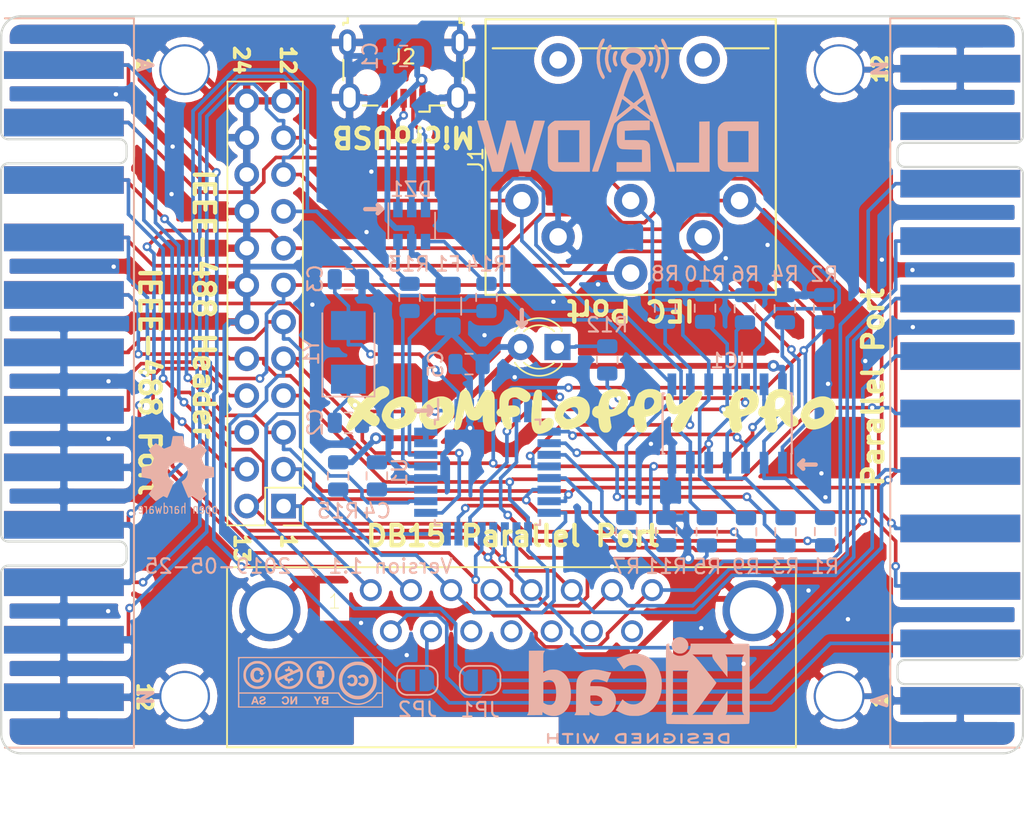
<source format=kicad_pcb>
(kicad_pcb (version 20171130) (host pcbnew "(5.1.2-1)-1")
  (title_block (title "XoomFloppy Pro") (date 2019-05-25) (rev 1.1) (company "Dirk Wouters, DL2DW"))
  (layers (0 F.Cu signal) (31 B.Cu signal) (34 B.Paste user) (35 F.Paste user) (36 B.SilkS user) (37 F.SilkS user) (38 B.Mask user) (39 F.Mask user) (44 Edge.Cuts user))
  (net 0 "")
  (net 1 GND)
  (net 2 "Net-(C2-Pad1)")
  (net 3 "Net-(D1-Pad1)")
  (net 4 PAR_BIT0)
  (net 5 PAR_BIT1)
  (net 6 PAR_BIT2)
  (net 7 PAR_BIT3)
  (net 8 PAR_BIT4)
  (net 9 PAR_BIT5)
  (net 10 PAR_BIT6)
  (net 11 PAR_BIT7)
  (net 12 IEC_RESET)
  (net 13 IEC_CLK)
  (net 14 IEC_SRQ)
  (net 15 IEC_ATN)
  (net 16 IEC_DATA)
  (net 17 OUT_CLK)
  (net 18 OUT_DATA)
  (net 19 OUT_SRQ)
  (net 20 OUT_RESET)
  (net 21 OUT_ATN)
  (net 22 IN_CLK)
  (net 23 IN_DATA)
  (net 24 IN_SRQ)
  (net 25 IN_ATN)
  (net 26 +5V)
  (net 27 "Net-(R13-Pad1)")
  (net 28 "Net-(R14-Pad1)")
  (net 29 "Net-(IC1-Pad12)")
  (net 30 "Net-(DZ1-Pad1)")
  (net 31 "Net-(DZ1-Pad3)")
  (net 32 "Net-(DZ1-Pad4)")
  (net 33 "Net-(DZ1-Pad6)")
  (net 34 IN_RESET)
  (net 35 ~FLAG2)
  (net 36 ~PC2)
  (net 37 "Net-(C1-Pad2)")
  (net 38 "Net-(C3-Pad1)")
  (net 39 "Net-(C4-Pad2)")
  (net 40 "Net-(R15-Pad1)")
  (net 41 IEEE_DAV)
  (net 42 IEEE_EOI)
  (net 43 IEEE_REN)
  (module MountingHole:MountingHole_3.2mm_M3 (layer F.Cu) (at 147.025 123.775)
    (fp_text reference MK4 hide)
    (fp_text value Mounting_Hole_PAD hide)
    (pad 1 thru_hole circle (at 0 0) (size 3.5 3.5) (drill 3.2) (layers *.Cu *.Mask) (net 1 GND))
  )
  (module MountingHole:MountingHole_3.2mm_M3 (layer F.Cu) (at 147.025 80.575)
    (fp_text reference MK3 hide)
    (fp_text value Mounting_Hole_PAD hide)
    (pad 1 thru_hole circle (at 0 0) (size 3.5 3.5) (drill 3.2) (layers *.Cu *.Mask) (net 1 GND))
  )
  (module MountingHole:MountingHole_3.2mm_M3 (layer F.Cu) (at 192.125 123.775)
    (fp_text reference MK2 hide)
    (fp_text value Mounting_Hole_PAD hide)
    (pad 1 thru_hole circle (at 0 0) (size 3.5 3.5) (drill 3.2) (layers *.Cu *.Mask) (net 1 GND))
  )
  (module MountingHole:MountingHole_3.2mm_M3 (layer F.Cu) (at 192.125 80.575)
    (fp_text reference MK1 hide)
    (fp_text value Mounting_Hole_PAD hide)
    (pad 1 thru_hole circle (at 0 0) (size 3.5 3.5) (drill 3.2) (layers *.Cu *.Mask) (net 1 GND))
  )
  (module "DL2DW:XoomFloppy Pro Schriftzug" (layer F.Cu) (at 175.0314 104.0384)
    (fp_text reference M5 hide)
    (fp_text value SUNLOGO hide)
  )
  (module DL2DW:DL2DW_Logo_Silk_20x10mm (layer B.Cu) (at 176.575 83.425 180)
    (fp_text reference M4 hide)
    (fp_text value SUNLOGO hide)
  )
  (module w_logo:Logo_silk_OSHW_6x6mm (layer B.Cu) (at 146.558 108.077 180)
    (fp_text reference M3 hide)
    (fp_text value SUNLOGO hide)
  )
  (module w_logo:Logo_silk_CC-BY-NC-SA_10x3.6mm (layer B.Cu) (at 155.702 122.809 180)
    (fp_text reference M2 hide)
    (fp_text value SUNLOGO hide)
  )
  (module Symbol:KiCad-Logo2_6mm_SilkScreen (layer B.Cu) (at 178.3 122.675 180)
    (fp_text reference M1 hide)
    (fp_text value SUNLOGO hide)
  )
  (module Package_QFP:TQFP-32_7x7mm_P0.8mm (layer B.Cu) (at 167.894 108.331 270)
    (fp_text reference U1 (at 0 6.05 270) (layer B.SilkS) (effects (justify mirror)))
    (fp_text value ATmega32U2-AU)
    (pad 32 smd rect (at -2.8 4.25 180) (size 1.6 0.55) (layers B.Cu B.Paste B.Mask) (net 26 +5V))
    (pad 31 smd rect (at -2 4.25 180) (size 1.6 0.55) (layers B.Cu B.Paste B.Mask) (net 26 +5V))
    (pad 30 smd rect (at -1.2 4.25 180) (size 1.6 0.55) (layers B.Cu B.Paste B.Mask) (net 28 "Net-(R14-Pad1)"))
    (pad 29 smd rect (at -0.4 4.25 180) (size 1.6 0.55) (layers B.Cu B.Paste B.Mask) (net 27 "Net-(R13-Pad1)"))
    (pad 28 smd rect (at 0.4 4.25 180) (size 1.6 0.55) (layers B.Cu B.Paste B.Mask) (net 1 GND))
    (pad 27 smd rect (at 1.2 4.25 180) (size 1.6 0.55) (layers B.Cu B.Paste B.Mask) (net 39 "Net-(C4-Pad2)"))
    (pad 26 smd rect (at 2 4.25 180) (size 1.6 0.55) (layers B.Cu B.Paste B.Mask) (net 41 IEEE_DAV))
    (pad 25 smd rect (at 2.8 4.25 180) (size 1.6 0.55) (layers B.Cu B.Paste B.Mask) (net 42 IEEE_EOI))
    (pad 24 smd rect (at 4.25 2.8 270) (size 1.6 0.55) (layers B.Cu B.Paste B.Mask) (net 40 "Net-(R15-Pad1)"))
    (pad 23 smd rect (at 4.25 2 270) (size 1.6 0.55) (layers B.Cu B.Paste B.Mask) (net 25 IN_ATN))
    (pad 22 smd rect (at 4.25 1.2 270) (size 1.6 0.55) (layers B.Cu B.Paste B.Mask) (net 21 OUT_ATN))
    (pad 21 smd rect (at 4.25 0.4 270) (size 1.6 0.55) (layers B.Cu B.Paste B.Mask) (net 11 PAR_BIT7))
    (pad 20 smd rect (at 4.25 -0.4 270) (size 1.6 0.55) (layers B.Cu B.Paste B.Mask) (net 10 PAR_BIT6))
    (pad 19 smd rect (at 4.25 -1.2 270) (size 1.6 0.55) (layers B.Cu B.Paste B.Mask) (net 9 PAR_BIT5))
    (pad 18 smd rect (at 4.25 -2 270) (size 1.6 0.55) (layers B.Cu B.Paste B.Mask) (net 8 PAR_BIT4))
    (pad 17 smd rect (at 4.25 -2.8 270) (size 1.6 0.55) (layers B.Cu B.Paste B.Mask) (net 7 PAR_BIT3))
    (pad 16 smd rect (at 2.8 -4.25 180) (size 1.6 0.55) (layers B.Cu B.Paste B.Mask) (net 6 PAR_BIT2))
    (pad 15 smd rect (at 2 -4.25 180) (size 1.6 0.55) (layers B.Cu B.Paste B.Mask) (net 5 PAR_BIT1))
    (pad 14 smd rect (at 1.2 -4.25 180) (size 1.6 0.55) (layers B.Cu B.Paste B.Mask) (net 4 PAR_BIT0))
    (pad 13 smd rect (at 0.4 -4.25 180) (size 1.6 0.55) (layers B.Cu B.Paste B.Mask) (net 34 IN_RESET))
    (pad 12 smd rect (at -0.4 -4.25 180) (size 1.6 0.55) (layers B.Cu B.Paste B.Mask) (net 20 OUT_RESET))
    (pad 11 smd rect (at -1.2 -4.25 180) (size 1.6 0.55) (layers B.Cu B.Paste B.Mask) (net 24 IN_SRQ))
    (pad 10 smd rect (at -2 -4.25 180) (size 1.6 0.55) (layers B.Cu B.Paste B.Mask) (net 19 OUT_SRQ))
    (pad 9 smd rect (at -2.8 -4.25 180) (size 1.6 0.55) (layers B.Cu B.Paste B.Mask) (net 18 OUT_DATA))
    (pad 8 smd rect (at -4.25 -2.8 270) (size 1.6 0.55) (layers B.Cu B.Paste B.Mask) (net 23 IN_DATA))
    (pad 7 smd rect (at -4.25 -2 270) (size 1.6 0.55) (layers B.Cu B.Paste B.Mask) (net 22 IN_CLK))
    (pad 6 smd rect (at -4.25 -1.2 270) (size 1.6 0.55) (layers B.Cu B.Paste B.Mask) (net 17 OUT_CLK))
    (pad 5 smd rect (at -4.25 -0.4 270) (size 1.6 0.55) (layers B.Cu B.Paste B.Mask) (net 43 IEEE_REN))
    (pad 4 smd rect (at -4.25 0.4 270) (size 1.6 0.55) (layers B.Cu B.Paste B.Mask) (net 26 +5V))
    (pad 3 smd rect (at -4.25 1.2 270) (size 1.6 0.55) (layers B.Cu B.Paste B.Mask) (net 1 GND))
    (pad 2 smd rect (at -4.25 2 270) (size 1.6 0.55) (layers B.Cu B.Paste B.Mask) (net 38 "Net-(C3-Pad1)"))
    (pad 1 smd rect (at -4.25 2.8 270) (size 1.6 0.55) (layers B.Cu B.Paste B.Mask) (net 2 "Net-(C2-Pad1)"))
  )
  (module DL2DW:DIN-6 (layer F.Cu) (at 177.763 89.599)
    (fp_text reference J1 (at -10.67 -2.83 270) (layer F.SilkS))
    (fp_text value IEC hide)
    (pad 6 thru_hole circle (at 0 5) (size 2.3 2.3) (drill 1.2) (layers *.Cu *.Mask) (net 12 IEC_RESET))
    (pad 2 thru_hole circle (at -5 2.5) (size 2.3 2.3) (drill 1.2) (layers *.Cu *.Mask) (net 1 GND))
    (pad 4 thru_hole circle (at 5 2.5) (size 2.3 2.3) (drill 1.2) (layers *.Cu *.Mask) (net 13 IEC_CLK))
    (pad 1 thru_hole circle (at -7.5 0) (size 2.3 2.3) (drill 1.2) (layers *.Cu *.Mask) (net 14 IEC_SRQ))
    (pad 3 thru_hole circle (at 0 0) (size 2.3 2.3) (drill 1.2) (layers *.Cu *.Mask) (net 15 IEC_ATN))
    (pad 5 thru_hole circle (at 7.5 0) (size 2.3 2.3) (drill 1.2) (layers *.Cu *.Mask) (net 16 IEC_DATA))
    (pad "" thru_hole circle (at 5 -9.7) (size 2.3 2.3) (drill 1.2) (layers *.Cu *.Mask))
    (pad "" thru_hole circle (at -5 -9.7) (size 2.3 2.3) (drill 1.2) (layers *.Cu *.Mask))
  )
  (module Capacitor_SMD:C_0805_2012Metric (layer B.Cu) (at 162.116 79.629)
    (fp_text reference C1 (at -2.3 0 -90) (layer B.SilkS) (effects (justify mirror)))
    (fp_text value 100n hide)
    (pad 1 smd roundrect (at -0.9375 0) (size 0.975 1.4) (layers B.Cu B.Paste B.Mask) (net 1 GND))
    (pad 2 smd roundrect (at 0.9375 0) (size 0.975 1.4) (layers B.Cu B.Paste B.Mask) (net 37 "Net-(C1-Pad2)"))
  )
  (module Capacitor_SMD:C_0805_2012Metric (layer B.Cu) (at 158.312 104.925)
    (fp_text reference C2 (at -2.287 -0.038 -270) (layer B.SilkS) (effects (justify mirror)))
    (fp_text value 22pF hide)
    (pad 1 smd roundrect (at -0.9375 0) (size 0.975 1.4) (layers B.Cu B.Paste B.Mask) (net 2 "Net-(C2-Pad1)"))
    (pad 2 smd roundrect (at 0.9375 0) (size 0.975 1.4) (layers B.Cu B.Paste B.Mask) (net 1 GND))
  )
  (module Capacitor_SMD:C_0805_2012Metric (layer B.Cu) (at 158.312 95.025)
    (fp_text reference C3 (at -2.287 -0.038 -270) (layer B.SilkS) (effects (justify mirror)))
    (fp_text value 22pF hide)
    (pad 2 smd roundrect (at 0.9375 0) (size 0.975 1.4) (layers B.Cu B.Paste B.Mask) (net 1 GND))
    (pad 1 smd roundrect (at -0.9375 0) (size 0.975 1.4) (layers B.Cu B.Paste B.Mask) (net 38 "Net-(C3-Pad1)"))
  )
  (module Capacitor_SMD:C_0805_2012Metric (layer B.Cu) (at 160.274 108.585 270)
    (fp_text reference C4 (at 2.413 0 180) (layer B.SilkS) (effects (justify mirror)))
    (fp_text value 1µF hide)
    (pad 1 smd roundrect (at -0.9375 0 270) (size 0.975 1.4) (layers B.Cu B.Paste B.Mask) (net 1 GND))
    (pad 2 smd roundrect (at 0.9375 0 270) (size 0.975 1.4) (layers B.Cu B.Paste B.Mask) (net 39 "Net-(C4-Pad2)"))
  )
  (module Capacitor_SMD:C_0805_2012Metric (layer B.Cu) (at 166.625 100.875)
    (fp_text reference C5 (at -2.3 0 -90) (layer B.SilkS) (effects (justify mirror)))
    (fp_text value 100nF hide)
    (pad 2 smd roundrect (at 0.9375 0) (size 0.975 1.4) (layers B.Cu B.Paste B.Mask) (net 26 +5V))
    (pad 1 smd roundrect (at -0.9375 0) (size 0.975 1.4) (layers B.Cu B.Paste B.Mask) (net 1 GND))
  )
  (module DL2DW:Userport_Connector (layer F.Cu) (at 200.731 102.807 270)
    (fp_text reference CN1 hide)
    (fp_text value Parallelport hide)
    (pad 1 smd rect (at 21.2852 0.254 270) (size 1.905 8.255) (layers F.Cu F.Mask) (net 1 GND))
    (pad 2 smd rect (at 17.3228 0.254 270) (size 1.905 8.255) (layers F.Cu F.Mask))
    (pad 3 smd rect (at 13.3604 0.254 270) (size 1.905 8.255) (layers F.Cu F.Mask))
    (pad 4 smd rect (at 9.398 0.254 270) (size 1.905 8.255) (layers F.Cu F.Mask))
    (pad 5 smd rect (at 5.4356 0.254 270) (size 1.905 8.255) (layers F.Cu F.Mask))
    (pad 6 smd rect (at 1.4732 0.254 270) (size 1.905 8.255) (layers F.Cu F.Mask))
    (pad 7 smd rect (at -2.4892 0.254 270) (size 1.905 8.255) (layers F.Cu F.Mask))
    (pad 8 smd rect (at -6.4516 0.254 270) (size 1.905 8.255) (layers F.Cu F.Mask) (net 36 ~PC2))
    (pad 9 smd rect (at -10.414 0.254 270) (size 1.905 8.255) (layers F.Cu F.Mask))
    (pad 10 smd rect (at -14.37386 0.254 270) (size 1.905 8.255) (layers F.Cu F.Mask))
    (pad 11 smd rect (at -18.3388 0.254 270) (size 1.905 8.255) (layers F.Cu F.Mask))
    (pad 12 smd rect (at -22.3012 0.254 270) (size 1.905 8.255) (layers F.Cu F.Mask) (net 1 GND))
    (pad A smd rect (at 21.2852 0.254 270) (size 1.905 8.255) (layers B.Cu B.Mask) (net 1 GND))
    (pad B smd rect (at 17.3228 0.254 270) (size 1.905 8.255) (layers B.Cu B.Mask) (net 35 ~FLAG2))
    (pad C smd rect (at 13.3604 0.254 270) (size 1.905 8.255) (layers B.Cu B.Mask) (net 4 PAR_BIT0))
    (pad D smd rect (at 9.398 0.254 270) (size 1.905 8.255) (layers B.Cu B.Mask) (net 5 PAR_BIT1))
    (pad E smd rect (at 5.4356 0.254 270) (size 1.905 8.255) (layers B.Cu B.Mask) (net 6 PAR_BIT2))
    (pad F smd rect (at 1.4732 0.254 270) (size 1.905 8.255) (layers B.Cu B.Mask) (net 7 PAR_BIT3))
    (pad H smd rect (at -2.4892 0.254 270) (size 1.905 8.255) (layers B.Cu B.Mask) (net 8 PAR_BIT4))
    (pad J smd rect (at -6.4516 0.254 270) (size 1.905 8.255) (layers B.Cu B.Mask) (net 9 PAR_BIT5))
    (pad K smd rect (at -10.414 0.254 270) (size 1.905 8.255) (layers B.Cu B.Mask) (net 10 PAR_BIT6))
    (pad L smd rect (at -14.37386 0.254 270) (size 1.905 8.255) (layers B.Cu B.Mask) (net 11 PAR_BIT7))
    (pad M smd rect (at -18.3388 0.254 270) (size 1.905 8.255) (layers B.Cu B.Mask))
    (pad N smd rect (at -22.3012 0.254 270) (size 1.905 8.255) (layers B.Cu B.Mask) (net 1 GND))
  )
  (module Package_TO_SOT_SMD:SOT-23-6 (layer B.Cu) (at 162.675 91.325 270)
    (fp_text reference DZ1 (at -2.5 0.05) (layer B.SilkS) (effects (justify mirror)))
    (fp_text value USBLC6-2SC6 hide)
    (pad 1 smd rect (at -1.1 0.95 270) (size 1.06 0.65) (layers B.Cu B.Paste B.Mask) (net 30 "Net-(DZ1-Pad1)"))
    (pad 2 smd rect (at -1.1 0 270) (size 1.06 0.65) (layers B.Cu B.Paste B.Mask) (net 1 GND))
    (pad 3 smd rect (at -1.1 -0.95 270) (size 1.06 0.65) (layers B.Cu B.Paste B.Mask) (net 31 "Net-(DZ1-Pad3)"))
    (pad 4 smd rect (at 1.1 -0.95 270) (size 1.06 0.65) (layers B.Cu B.Paste B.Mask) (net 32 "Net-(DZ1-Pad4)"))
    (pad 6 smd rect (at 1.1 0.95 270) (size 1.06 0.65) (layers B.Cu B.Paste B.Mask) (net 33 "Net-(DZ1-Pad6)"))
    (pad 5 smd rect (at 1.1 0 270) (size 1.06 0.65) (layers B.Cu B.Paste B.Mask) (net 37 "Net-(C1-Pad2)"))
  )
  (module Fuse:Fuse_1206_3216Metric (layer B.Cu) (at 165.175 96.875 90)
    (fp_text reference F1 (at 2.9 0) (layer B.SilkS) (effects (justify mirror)))
    (fp_text value "Polyfuse 1206L150" hide)
    (pad 1 smd roundrect (at -1.4 0 90) (size 1.25 1.75) (layers B.Cu B.Paste B.Mask) (roundrect_rratio 0.2) (net 26 +5V))
    (pad 2 smd roundrect (at 1.4 0 90) (size 1.25 1.75) (layers B.Cu B.Paste B.Mask) (roundrect_rratio 0.2) (net 37 "Net-(C1-Pad2)"))
  )
  (module Package_SO:SOIC-14_3.9x8.7mm_P1.27mm (layer B.Cu) (at 184.413 104.971 90)
    (fp_text reference IC1 (at 4.3362 0.0418) (layer B.SilkS) (effects (justify mirror)))
    (fp_text value 7406D hide)
    (pad 1 smd rect (at -2.7 3.81 90) (size 1.5 0.6) (layers B.Cu B.Paste B.Mask) (net 17 OUT_CLK))
    (pad 2 smd rect (at -2.7 2.54 90) (size 1.5 0.6) (layers B.Cu B.Paste B.Mask) (net 13 IEC_CLK))
    (pad 3 smd rect (at -2.7 1.27 90) (size 1.5 0.6) (layers B.Cu B.Paste B.Mask) (net 18 OUT_DATA))
    (pad 4 smd rect (at -2.7 0 90) (size 1.5 0.6) (layers B.Cu B.Paste B.Mask) (net 16 IEC_DATA))
    (pad 5 smd rect (at -2.7 -1.27 90) (size 1.5 0.6) (layers B.Cu B.Paste B.Mask) (net 19 OUT_SRQ))
    (pad 6 smd rect (at -2.7 -2.54 90) (size 1.5 0.6) (layers B.Cu B.Paste B.Mask) (net 14 IEC_SRQ))
    (pad 7 smd rect (at -2.7 -3.81 90) (size 1.5 0.6) (layers B.Cu B.Paste B.Mask) (net 1 GND))
    (pad 8 smd rect (at 2.7 -3.81 90) (size 1.5 0.6) (layers B.Cu B.Paste B.Mask) (net 12 IEC_RESET))
    (pad 9 smd rect (at 2.7 -2.54 90) (size 1.5 0.6) (layers B.Cu B.Paste B.Mask) (net 20 OUT_RESET))
    (pad 10 smd rect (at 2.7 -1.27 90) (size 1.5 0.6) (layers B.Cu B.Paste B.Mask) (net 15 IEC_ATN))
    (pad 11 smd rect (at 2.7 0 90) (size 1.5 0.6) (layers B.Cu B.Paste B.Mask) (net 21 OUT_ATN))
    (pad 12 smd rect (at 2.7 1.27 90) (size 1.5 0.6) (layers B.Cu B.Paste B.Mask) (net 29 "Net-(IC1-Pad12)"))
    (pad 13 smd rect (at 2.7 2.54 90) (size 1.5 0.6) (layers B.Cu B.Paste B.Mask) (net 43 IEEE_REN))
    (pad 14 smd rect (at 2.7 3.81 90) (size 1.5 0.6) (layers B.Cu B.Paste B.Mask) (net 26 +5V))
  )
  (module Resistor_SMD:R_0805_2012Metric (layer B.Cu) (at 191.163 112.421 270)
    (fp_text reference R1 (at 2.4 0 180) (layer B.SilkS) (effects (justify mirror)))
    (fp_text value 4k7 hide)
    (pad 1 smd roundrect (at -0.9375 0 270) (size 0.975 1.4) (layers B.Cu B.Paste B.Mask) (net 13 IEC_CLK))
    (pad 2 smd roundrect (at 0.9375 0 270) (size 0.975 1.4) (layers B.Cu B.Paste B.Mask) (net 22 IN_CLK))
  )
  (module Resistor_SMD:R_0805_2012Metric (layer B.Cu) (at 191.098 97.051 270)
    (fp_text reference R2 (at -2.37 0) (layer B.SilkS) (effects (justify mirror)))
    (fp_text value 100k hide)
    (pad 2 smd roundrect (at 0.9375 0 270) (size 0.975 1.4) (layers B.Cu B.Paste B.Mask) (net 17 OUT_CLK))
    (pad 1 smd roundrect (at -0.9375 0 270) (size 0.975 1.4) (layers B.Cu B.Paste B.Mask) (net 1 GND))
  )
  (module Resistor_SMD:R_0805_2012Metric (layer B.Cu) (at 188.437 112.437 270)
    (fp_text reference R3 (at 2.375 0 180) (layer B.SilkS) (effects (justify mirror)))
    (fp_text value 4k7 hide)
    (pad 1 smd roundrect (at -0.9375 0 270) (size 0.975 1.4) (layers B.Cu B.Paste B.Mask) (net 16 IEC_DATA))
    (pad 2 smd roundrect (at 0.9375 0 270) (size 0.975 1.4) (layers B.Cu B.Paste B.Mask) (net 23 IN_DATA))
  )
  (module Resistor_SMD:R_0805_2012Metric (layer B.Cu) (at 188.388 97.057 270)
    (fp_text reference R4 (at -2.4 0 180) (layer B.SilkS) (effects (justify mirror)))
    (fp_text value 100k hide)
    (pad 2 smd roundrect (at 0.9375 0 270) (size 0.975 1.4) (layers B.Cu B.Paste B.Mask) (net 18 OUT_DATA))
    (pad 1 smd roundrect (at -0.9375 0 270) (size 0.975 1.4) (layers B.Cu B.Paste B.Mask) (net 1 GND))
  )
  (module Resistor_SMD:R_0805_2012Metric (layer B.Cu) (at 183.013 112.437 270)
    (fp_text reference R5 (at 2.4 -0.025 180) (layer B.SilkS) (effects (justify mirror)))
    (fp_text value 4k7 hide)
    (pad 1 smd roundrect (at -0.9375 0 270) (size 0.975 1.4) (layers B.Cu B.Paste B.Mask) (net 14 IEC_SRQ))
    (pad 2 smd roundrect (at 0.9375 0 270) (size 0.975 1.4) (layers B.Cu B.Paste B.Mask) (net 24 IN_SRQ))
  )
  (module Resistor_SMD:R_0805_2012Metric (layer B.Cu) (at 185.638 97.057 270)
    (fp_text reference R6 (at -2.375 -0.025 180) (layer B.SilkS) (effects (justify mirror)))
    (fp_text value 100k hide)
    (pad 2 smd roundrect (at 0.9375 0 270) (size 0.975 1.4) (layers B.Cu B.Paste B.Mask) (net 19 OUT_SRQ))
    (pad 1 smd roundrect (at -0.9375 0 270) (size 0.975 1.4) (layers B.Cu B.Paste B.Mask) (net 1 GND))
  )
  (module Resistor_SMD:R_0805_2012Metric (layer B.Cu) (at 177.463 112.421 270)
    (fp_text reference R7 (at 2.399 0) (layer B.SilkS) (effects (justify mirror)))
    (fp_text value 4k7 hide)
    (pad 1 smd roundrect (at -0.9375 0 270) (size 0.975 1.4) (layers B.Cu B.Paste B.Mask) (net 12 IEC_RESET))
    (pad 2 smd roundrect (at 0.9375 0 270) (size 0.975 1.4) (layers B.Cu B.Paste B.Mask) (net 34 IN_RESET))
  )
  (module Resistor_SMD:R_0805_2012Metric (layer B.Cu) (at 180.138 97.021 270)
    (fp_text reference R8 (at -2.375 0 180) (layer B.SilkS) (effects (justify mirror)))
    (fp_text value 100k hide)
    (pad 2 smd roundrect (at 0.9375 0 270) (size 0.975 1.4) (layers B.Cu B.Paste B.Mask) (net 20 OUT_RESET))
    (pad 1 smd roundrect (at -0.9375 0 270) (size 0.975 1.4) (layers B.Cu B.Paste B.Mask) (net 1 GND))
  )
  (module Resistor_SMD:R_0805_2012Metric (layer B.Cu) (at 185.713 112.437 270)
    (fp_text reference R9 (at 2.4 0) (layer B.SilkS) (effects (justify mirror)))
    (fp_text value 4k7 hide)
    (pad 1 smd roundrect (at -0.9375 0 270) (size 0.975 1.4) (layers B.Cu B.Paste B.Mask) (net 15 IEC_ATN))
    (pad 2 smd roundrect (at 0.9375 0 270) (size 0.975 1.4) (layers B.Cu B.Paste B.Mask) (net 25 IN_ATN))
  )
  (module Resistor_SMD:R_0805_2012Metric (layer B.Cu) (at 182.888 97.021 270)
    (fp_text reference R10 (at -2.35 0 180) (layer B.SilkS) (effects (justify mirror)))
    (fp_text value 100k hide)
    (pad 1 smd roundrect (at -0.9375 0 270) (size 0.975 1.4) (layers B.Cu B.Paste B.Mask) (net 1 GND))
    (pad 2 smd roundrect (at 0.9375 0 270) (size 0.975 1.4) (layers B.Cu B.Paste B.Mask) (net 21 OUT_ATN))
  )
  (module Resistor_SMD:R_0805_2012Metric (layer B.Cu) (at 180.213 112.421 270)
    (fp_text reference R11 (at 2.4 0 180) (layer B.SilkS) (effects (justify mirror)))
    (fp_text value 100k hide)
    (pad 1 smd roundrect (at -0.9375 0 270) (size 0.975 1.4) (layers B.Cu B.Paste B.Mask) (net 1 GND))
    (pad 2 smd roundrect (at 0.9375 0 270) (size 0.975 1.4) (layers B.Cu B.Paste B.Mask) (net 43 IEEE_REN))
  )
  (module Resistor_SMD:R_0805_2012Metric (layer B.Cu) (at 176.149 100.584 270)
    (fp_text reference R12 (at -2.413 0) (layer B.SilkS) (effects (justify mirror)))
    (fp_text value 220 hide)
    (pad 2 smd roundrect (at 0.9375 0 270) (size 0.975 1.4) (layers B.Cu B.Paste B.Mask) (net 29 "Net-(IC1-Pad12)"))
    (pad 1 smd roundrect (at -0.9375 0 270) (size 0.975 1.4) (layers B.Cu B.Paste B.Mask) (net 3 "Net-(D1-Pad1)"))
  )
  (module Resistor_SMD:R_0805_2012Metric (layer B.Cu) (at 162.525 96.275 90)
    (fp_text reference R13 (at 2.3 -0.05) (layer B.SilkS) (effects (justify mirror)))
    (fp_text value 22 hide)
    (pad 1 smd roundrect (at -0.9375 0 90) (size 0.975 1.4) (layers B.Cu B.Paste B.Mask) (net 27 "Net-(R13-Pad1)"))
    (pad 2 smd roundrect (at 0.9375 0 90) (size 0.975 1.4) (layers B.Cu B.Paste B.Mask) (net 33 "Net-(DZ1-Pad6)"))
  )
  (module Resistor_SMD:R_0805_2012Metric (layer B.Cu) (at 167.825 96.275 90)
    (fp_text reference R14 (at 2.3 0 180) (layer B.SilkS) (effects (justify mirror)))
    (fp_text value 22 hide)
    (pad 2 smd roundrect (at 0.9375 0 90) (size 0.975 1.4) (layers B.Cu B.Paste B.Mask) (net 32 "Net-(DZ1-Pad4)"))
    (pad 1 smd roundrect (at -0.9375 0 90) (size 0.975 1.4) (layers B.Cu B.Paste B.Mask) (net 28 "Net-(R14-Pad1)"))
  )
  (module Resistor_SMD:R_0805_2012Metric (layer B.Cu) (at 157.607 108.585 90)
    (fp_text reference R15 (at -2.413 0 180) (layer B.SilkS) (effects (justify mirror)))
    (fp_text value 10k hide)
    (pad 2 smd roundrect (at 0.9375 0 90) (size 0.975 1.4) (layers B.Cu B.Paste B.Mask) (net 26 +5V))
    (pad 1 smd roundrect (at -0.9375 0 90) (size 0.975 1.4) (layers B.Cu B.Paste B.Mask) (net 40 "Net-(R15-Pad1)"))
  )
  (module Crystal:Crystal_SMD_5032-2Pin_5.0x3.2mm (layer B.Cu) (at 158.312 100.063 90)
    (fp_text reference Y1 (at 0 -2.537 90) (layer B.SilkS) (effects (justify mirror)))
    (fp_text value 16MHz hide)
    (pad 1 smd rect (at -1.85 0 90) (size 2 2.4) (layers B.Cu B.Paste B.Mask) (net 2 "Net-(C2-Pad1)"))
    (pad 2 smd rect (at 1.85 0 90) (size 2 2.4) (layers B.Cu B.Paste B.Mask) (net 38 "Net-(C3-Pad1)"))
  )
  (module Jumper:SolderJumper-2_P1.3mm_Open_RoundedPad1.0x1.5mm (layer B.Cu) (at 167.386 122.682)
    (fp_text reference JP1 (at 0 2.032) (layer B.SilkS) (effects (justify mirror)))
    (fp_text value SolderJumper_2_Open hide)
    (pad 2 smd custom (at 0.65 0) (size 1 0.5) (layers B.Cu B.Mask) (net 36 ~PC2) (options (clearance outline) (anchor rect)) (primitives (gr_circle (center 0 -0.25) (end 0.5 -0.25) (width 0)) (gr_circle (center 0 0.25) (end 0.5 0.25) (width 0)) (gr_poly (pts (xy 0 0.75) (xy -0.5 0.75) (xy -0.5 -0.75) (xy 0 -0.75)) (width 0))))
    (pad 1 smd custom (at -0.65 0) (size 1 0.5) (layers B.Cu B.Mask) (net 41 IEEE_DAV) (options (clearance outline) (anchor rect)) (primitives (gr_circle (center 0 -0.25) (end 0.5 -0.25) (width 0)) (gr_circle (center 0 0.25) (end 0.5 0.25) (width 0)) (gr_poly (pts (xy 0 0.75) (xy 0.5 0.75) (xy 0.5 -0.75) (xy 0 -0.75)) (width 0))))
  )
  (module Jumper:SolderJumper-2_P1.3mm_Open_RoundedPad1.0x1.5mm (layer B.Cu) (at 163.068 122.682)
    (fp_text reference JP2 (at 0 2) (layer B.SilkS) (effects (justify mirror)))
    (fp_text value SolderJumper_2_Open hide)
    (pad 1 smd custom (at -0.65 0) (size 1 0.5) (layers B.Cu B.Mask) (net 42 IEEE_EOI) (options (clearance outline) (anchor rect)) (primitives (gr_circle (center 0 -0.25) (end 0.5 -0.25) (width 0)) (gr_circle (center 0 0.25) (end 0.5 0.25) (width 0)) (gr_poly (pts (xy 0 0.75) (xy 0.5 0.75) (xy 0.5 -0.75) (xy 0 -0.75)) (width 0))))
    (pad 2 smd custom (at 0.65 0) (size 1 0.5) (layers B.Cu B.Mask) (net 35 ~FLAG2) (options (clearance outline) (anchor rect)) (primitives (gr_circle (center 0 -0.25) (end 0.5 -0.25) (width 0)) (gr_circle (center 0 0.25) (end 0.5 0.25) (width 0)) (gr_poly (pts (xy 0 0.75) (xy -0.5 0.75) (xy -0.5 -0.75) (xy 0 -0.75)) (width 0))))
  )
  (module LED_THT:LED_D3.0mm_Clear (layer F.Cu) (at 172.72 99.695 180)
    (fp_text reference D1 hide)
    (fp_text value "LED Blue" hide)
    (pad 1 thru_hole rect (at 0 0 180) (size 1.8 1.8) (drill 0.9) (layers *.Cu *.Mask) (net 3 "Net-(D1-Pad1)"))
    (pad 2 thru_hole circle (at 2.54 0 180) (size 1.8 1.8) (drill 0.9) (layers *.Cu *.Mask) (net 26 +5V))
  )
  (module "Würth 618015231221:618015231221" (layer F.Cu) (at 169.55 117.875)
    (fp_text reference CN3 hide)
    (fp_text value "Parallel Port" hide)
    (fp_text user 1 (at -12.193207 -0.636732) (layer Edge.Cuts) (effects (font (thickness 0.05))))
    (fp_text user 15 (at 9.649986 1.910941) (layer Edge.Cuts) (effects (font (thickness 0.05))))
    (fp_text user 1 (at -12.192013 -0.636669) (layer F.SilkS) (effects (font (thickness 0.05))))
    (fp_text user EDGE~OF~PCB~Board (at -3.804484 8.710262) (layer Edge.Cuts) (effects (font (thickness 0.05))))
    (pad 5 thru_hole circle (at 1.385 -1.42) (size 1.508 1.508) (drill 1) (layers *.Cu *.Mask) (net 8 PAR_BIT4))
    (pad SHELL thru_hole circle (at -16.65 0) (size 4.216 4.216) (drill 3.2) (layers *.Cu *.Mask) (net 1 GND))
    (pad SHELL1 thru_hole circle (at 16.65 0) (size 4.216 4.216) (drill 3.2) (layers *.Cu *.Mask) (net 1 GND))
    (pad 4 thru_hole circle (at -1.385 -1.42) (size 1.508 1.508) (drill 1) (layers *.Cu *.Mask) (net 7 PAR_BIT3))
    (pad 3 thru_hole circle (at -4.155 -1.42) (size 1.508 1.508) (drill 1) (layers *.Cu *.Mask) (net 6 PAR_BIT2))
    (pad 2 thru_hole circle (at -6.925 -1.42) (size 1.508 1.508) (drill 1) (layers *.Cu *.Mask) (net 5 PAR_BIT1))
    (pad 1 thru_hole circle (at -9.695 -1.42) (size 1.508 1.508) (drill 1) (layers *.Cu *.Mask) (net 4 PAR_BIT0))
    (pad 6 thru_hole circle (at 4.155 -1.42) (size 1.508 1.508) (drill 1) (layers *.Cu *.Mask) (net 9 PAR_BIT5))
    (pad 7 thru_hole circle (at 6.925 -1.42) (size 1.508 1.508) (drill 1) (layers *.Cu *.Mask) (net 10 PAR_BIT6))
    (pad 8 thru_hole circle (at 9.695 -1.42) (size 1.508 1.508) (drill 1) (layers *.Cu *.Mask) (net 11 PAR_BIT7))
    (pad 12 thru_hole circle (at 0 1.42) (size 1.508 1.508) (drill 1) (layers *.Cu *.Mask))
    (pad 11 thru_hole circle (at -2.77 1.42) (size 1.508 1.508) (drill 1) (layers *.Cu *.Mask))
    (pad 10 thru_hole circle (at -5.54 1.42) (size 1.508 1.508) (drill 1) (layers *.Cu *.Mask) (net 35 ~FLAG2))
    (pad 9 thru_hole circle (at -8.31 1.42) (size 1.508 1.508) (drill 1) (layers *.Cu *.Mask) (net 36 ~PC2))
    (pad 13 thru_hole circle (at 2.77 1.42) (size 1.508 1.508) (drill 1) (layers *.Cu *.Mask))
    (pad 14 thru_hole circle (at 5.54 1.42) (size 1.508 1.508) (drill 1) (layers *.Cu *.Mask))
    (pad 15 thru_hole circle (at 8.31 1.42) (size 1.508 1.508) (drill 1) (layers *.Cu *.Mask))
  )
  (module DL2DW:Userport_Connector (layer F.Cu) (at 138.451 101.543 90)
    (fp_text reference CN2 hide)
    (fp_text value "IEEE-488 Port" hide)
    (pad 1 smd rect (at 21.2852 0.254 90) (size 1.905 8.255) (layers F.Cu F.Mask) (net 4 PAR_BIT0))
    (pad 2 smd rect (at 17.3228 0.254 90) (size 1.905 8.255) (layers F.Cu F.Mask) (net 5 PAR_BIT1))
    (pad 3 smd rect (at 13.3604 0.254 90) (size 1.905 8.255) (layers F.Cu F.Mask) (net 6 PAR_BIT2))
    (pad 4 smd rect (at 9.398 0.254 90) (size 1.905 8.255) (layers F.Cu F.Mask) (net 7 PAR_BIT3))
    (pad 5 smd rect (at 5.4356 0.254 90) (size 1.905 8.255) (layers F.Cu F.Mask) (net 42 IEEE_EOI))
    (pad 6 smd rect (at 1.4732 0.254 90) (size 1.905 8.255) (layers F.Cu F.Mask) (net 41 IEEE_DAV))
    (pad 7 smd rect (at -2.4892 0.254 90) (size 1.905 8.255) (layers F.Cu F.Mask) (net 13 IEC_CLK))
    (pad 8 smd rect (at -6.4516 0.254 90) (size 1.905 8.255) (layers F.Cu F.Mask) (net 16 IEC_DATA))
    (pad 9 smd rect (at -10.414 0.254 90) (size 1.905 8.255) (layers F.Cu F.Mask) (net 12 IEC_RESET))
    (pad 10 smd rect (at -14.37386 0.254 90) (size 1.905 8.255) (layers F.Cu F.Mask) (net 14 IEC_SRQ))
    (pad 11 smd rect (at -18.3388 0.254 90) (size 1.905 8.255) (layers F.Cu F.Mask) (net 15 IEC_ATN))
    (pad 12 smd rect (at -22.3012 0.254 90) (size 1.905 8.255) (layers F.Cu F.Mask) (net 1 GND))
    (pad A smd rect (at 21.2852 0.254 90) (size 1.905 8.255) (layers B.Cu B.Mask) (net 8 PAR_BIT4))
    (pad B smd rect (at 17.3228 0.254 90) (size 1.905 8.255) (layers B.Cu B.Mask) (net 9 PAR_BIT5))
    (pad C smd rect (at 13.3604 0.254 90) (size 1.905 8.255) (layers B.Cu B.Mask) (net 10 PAR_BIT6))
    (pad D smd rect (at 9.398 0.254 90) (size 1.905 8.255) (layers B.Cu B.Mask) (net 11 PAR_BIT7))
    (pad E smd rect (at 5.4356 0.254 90) (size 1.905 8.255) (layers B.Cu B.Mask) (net 43 IEEE_REN))
    (pad F smd rect (at 1.4732 0.254 90) (size 1.905 8.255) (layers B.Cu B.Mask) (net 1 GND))
    (pad H smd rect (at -2.4892 0.254 90) (size 1.905 8.255) (layers B.Cu B.Mask) (net 1 GND))
    (pad J smd rect (at -6.4516 0.254 90) (size 1.905 8.255) (layers B.Cu B.Mask) (net 1 GND))
    (pad K smd rect (at -10.414 0.254 90) (size 1.905 8.255) (layers B.Cu B.Mask) (net 1 GND))
    (pad L smd rect (at -14.37386 0.254 90) (size 1.905 8.255) (layers B.Cu B.Mask) (net 1 GND))
    (pad M smd rect (at -18.3388 0.254 90) (size 1.905 8.255) (layers B.Cu B.Mask) (net 1 GND))
    (pad N smd rect (at -22.3012 0.254 90) (size 1.905 8.255) (layers B.Cu B.Mask) (net 1 GND))
  )
  (module DL2DW:PinHeader_2x12_P2.54mm_Top_Bottom_Vertical_Mirror (layer F.Cu) (at 153.846 110.664 180)
    (fp_text reference CN4 hide)
    (fp_text value "IEEE-488 Port Stiftleiste" hide)
    (pad 24 thru_hole oval (at 2.54 27.94 180) (size 1.7 1.7) (drill 1) (layers *.Cu *.Mask) (net 1 GND))
    (pad 12 thru_hole oval (at 0 27.94 180) (size 1.7 1.7) (drill 1) (layers *.Cu *.Mask) (net 1 GND))
    (pad 23 thru_hole oval (at 2.54 25.4 180) (size 1.7 1.7) (drill 1) (layers *.Cu *.Mask) (net 1 GND))
    (pad 11 thru_hole oval (at 0 25.4 180) (size 1.7 1.7) (drill 1) (layers *.Cu *.Mask) (net 15 IEC_ATN))
    (pad 22 thru_hole oval (at 2.54 22.86 180) (size 1.7 1.7) (drill 1) (layers *.Cu *.Mask) (net 1 GND))
    (pad 10 thru_hole oval (at 0 22.86 180) (size 1.7 1.7) (drill 1) (layers *.Cu *.Mask) (net 14 IEC_SRQ))
    (pad 21 thru_hole oval (at 2.54 20.32 180) (size 1.7 1.7) (drill 1) (layers *.Cu *.Mask) (net 1 GND))
    (pad 9 thru_hole oval (at 0 20.32 180) (size 1.7 1.7) (drill 1) (layers *.Cu *.Mask) (net 12 IEC_RESET))
    (pad 20 thru_hole oval (at 2.54 17.78 180) (size 1.7 1.7) (drill 1) (layers *.Cu *.Mask) (net 1 GND))
    (pad 8 thru_hole oval (at 0 17.78 180) (size 1.7 1.7) (drill 1) (layers *.Cu *.Mask) (net 16 IEC_DATA))
    (pad 19 thru_hole oval (at 2.54 15.24 180) (size 1.7 1.7) (drill 1) (layers *.Cu *.Mask) (net 1 GND))
    (pad 7 thru_hole oval (at 0 15.24 180) (size 1.7 1.7) (drill 1) (layers *.Cu *.Mask) (net 13 IEC_CLK))
    (pad 18 thru_hole oval (at 2.54 12.7 180) (size 1.7 1.7) (drill 1) (layers *.Cu *.Mask) (net 1 GND))
    (pad 6 thru_hole oval (at 0 12.7 180) (size 1.7 1.7) (drill 1) (layers *.Cu *.Mask) (net 41 IEEE_DAV))
    (pad 17 thru_hole oval (at 2.54 10.16 180) (size 1.7 1.7) (drill 1) (layers *.Cu *.Mask) (net 43 IEEE_REN))
    (pad 5 thru_hole oval (at 0 10.16 180) (size 1.7 1.7) (drill 1) (layers *.Cu *.Mask) (net 42 IEEE_EOI))
    (pad 16 thru_hole oval (at 2.54 7.62 180) (size 1.7 1.7) (drill 1) (layers *.Cu *.Mask) (net 11 PAR_BIT7))
    (pad 4 thru_hole oval (at 0 7.62 180) (size 1.7 1.7) (drill 1) (layers *.Cu *.Mask) (net 7 PAR_BIT3))
    (pad 15 thru_hole oval (at 2.54 5.08 180) (size 1.7 1.7) (drill 1) (layers *.Cu *.Mask) (net 10 PAR_BIT6))
    (pad 3 thru_hole oval (at 0 5.08 180) (size 1.7 1.7) (drill 1) (layers *.Cu *.Mask) (net 6 PAR_BIT2))
    (pad 14 thru_hole oval (at 2.54 2.54 180) (size 1.7 1.7) (drill 1) (layers *.Cu *.Mask) (net 9 PAR_BIT5))
    (pad 2 thru_hole oval (at 0 2.54 180) (size 1.7 1.7) (drill 1) (layers *.Cu *.Mask) (net 5 PAR_BIT1))
    (pad 13 thru_hole oval (at 2.54 0 180) (size 1.7 1.7) (drill 1) (layers *.Cu *.Mask) (net 8 PAR_BIT4))
    (pad 1 thru_hole rect (at 0 0 180) (size 1.7 1.7) (drill 1) (layers *.Cu *.Mask) (net 4 PAR_BIT0))
  )
  (module Connector_USB:USB_Micro-B_Wuerth_629105150521 (layer F.Cu) (at 162.116 80.645 180)
    (fp_text reference J2 (at 0 0.9525 180) (layer F.SilkS))
    (fp_text value USB_B_Micro hide)
    (pad 1 smd rect (at -1.3 -1.9 180) (size 0.45 1.3) (layers F.Cu F.Paste F.Mask) (net 37 "Net-(C1-Pad2)"))
    (pad 2 smd rect (at -0.65 -1.9 180) (size 0.45 1.3) (layers F.Cu F.Paste F.Mask) (net 31 "Net-(DZ1-Pad3)"))
    (pad 3 smd rect (at 0 -1.9 180) (size 0.45 1.3) (layers F.Cu F.Paste F.Mask) (net 30 "Net-(DZ1-Pad1)"))
    (pad 4 smd rect (at 0.65 -1.9 180) (size 0.45 1.3) (layers F.Cu F.Paste F.Mask))
    (pad 5 smd rect (at 1.3 -1.9 180) (size 0.45 1.3) (layers F.Cu F.Paste F.Mask) (net 1 GND))
    (pad 6 thru_hole oval (at -3.725 -1.85 180) (size 1.45 2) (drill oval 0.85 1.4) (layers *.Cu *.Mask) (net 1 GND))
    (pad 6 thru_hole oval (at 3.725 -1.85 180) (size 1.45 2) (drill oval 0.85 1.4) (layers *.Cu *.Mask) (net 1 GND))
    (pad 6 thru_hole oval (at -3.875 1.95 180) (size 1.15 1.8) (drill oval 0.55 1.2) (layers *.Cu *.Mask) (net 1 GND))
    (pad 6 thru_hole oval (at 3.875 1.95 180) (size 1.15 1.8) (drill oval 0.55 1.2) (layers *.Cu *.Mask) (net 1 GND))
    (pad "" np_thru_hole oval (at -2.5 -0.8 180) (size 0.8 0.8) (drill 0.8) (layers *.Cu *.Mask))
    (pad "" np_thru_hole oval (at 2.5 -0.8 180) (size 0.8 0.8) (drill 0.8) (layers *.Cu *.Mask))
  )
  (gr_text ← (at 170.1546 97.7138 90) (layer B.SilkS) (effects (font (size 1.5 1.5) (thickness 0.3))))
  (gr_text ← (at 189.9412 107.696) (layer B.SilkS) (effects (font (size 1.5 1.5) (thickness 0.3))))
  (gr_text ← (at 163.5506 104.1908 180) (layer B.SilkS) (effects (font (size 1.5 1.5) (thickness 0.3))))
  (gr_text ← (at 160.0454 90.297 180) (layer B.SilkS) (effects (font (size 1.5 1.5) (thickness 0.3))))
  (gr_text 1 (at 144.2466 80.24622 -90) (layer F.SilkS) (effects (font (size 1 1) (thickness 0.25))))
  (gr_text N (at 144.272 123.825 270) (layer B.SilkS) (effects (font (size 1 1) (thickness 0.25))))
  (gr_text A (at 194.945 124.079 90) (layer B.SilkS) (effects (font (size 1 1) (thickness 0.25))))
  (gr_text N (at 194.945 80.5053 90) (layer B.SilkS) (effects (font (size 1 1) (thickness 0.25))))
  (gr_text 12 (at 144.272 123.825 270) (layer F.SilkS) (effects (font (size 1 1) (thickness 0.25))))
  (gr_text 12 (at 194.945 80.518 90) (layer F.SilkS) (effects (font (size 1 1) (thickness 0.25))))
  (gr_text 1 (at 194.945 124.079 90) (layer F.SilkS) (effects (font (size 1 1) (thickness 0.25))))
  (gr_text A (at 144.272 80.264 -90) (layer B.SilkS) (effects (font (size 1 1) (thickness 0.25))))
  (gr_arc (start 135.7376 78.23454) (end 135.7376 76.88834) (angle -90) (layer Edge.Cuts) (width 0.15))
  (gr_arc (start 135.73506 126.36246) (end 134.38886 126.36246) (angle -90) (layer Edge.Cuts) (width 0.15))
  (gr_arc (start 203.45146 126.36246) (end 203.45146 127.70866) (angle -89.45848646) (layer Edge.Cuts) (width 0.15))
  (gr_arc (start 203.454 78.2346) (end 204.8002 78.2473) (angle -90.54051019) (layer Edge.Cuts) (width 0.15))
  (gr_line (start 135.73506 127.70866) (end 203.45146 127.70866) (layer Edge.Cuts) (width 0.15))
  (gr_line (start 135.7376 76.88834) (end 203.454 76.88834) (layer Edge.Cuts) (width 0.15))
  (gr_arc (start 134.88 84.87) (end 134.38 84.87) (angle -90) (layer Edge.Cuts) (width 0.15))
  (gr_arc (start 142.53 85.87) (end 143.03 85.87) (angle -90) (layer Edge.Cuts) (width 0.15))
  (gr_arc (start 142.53 86.53) (end 142.53 87.03) (angle -90) (layer Edge.Cuts) (width 0.15))
  (gr_arc (start 134.88 87.53) (end 134.88 87.03) (angle -90) (layer Edge.Cuts) (width 0.15))
  (gr_arc (start 134.88 112.61) (end 134.38 112.61) (angle -90) (layer Edge.Cuts) (width 0.15))
  (gr_arc (start 142.53 113.61) (end 143.03 113.61) (angle -90) (layer Edge.Cuts) (width 0.15))
  (gr_arc (start 142.53 114.27) (end 142.53 114.77) (angle -90) (layer Edge.Cuts) (width 0.15))
  (gr_line (start 134.38 84.87) (end 134.3914 78.23454) (layer Edge.Cuts) (width 0.15))
  (gr_line (start 142.53 85.37) (end 134.88 85.37) (layer Edge.Cuts) (width 0.15))
  (gr_line (start 143.03 86.53) (end 143.03 85.87) (layer Edge.Cuts) (width 0.15))
  (gr_line (start 134.88 87.03) (end 142.53 87.03) (layer Edge.Cuts) (width 0.15))
  (gr_line (start 134.38 112.61) (end 134.38 87.53) (layer Edge.Cuts) (width 0.15))
  (gr_line (start 142.53 113.11) (end 134.88 113.11) (layer Edge.Cuts) (width 0.15))
  (gr_line (start 143.03 114.27) (end 143.03 113.61) (layer Edge.Cuts) (width 0.15))
  (gr_line (start 134.88 114.77) (end 142.53 114.77) (layer Edge.Cuts) (width 0.15))
  (gr_line (start 134.38886 126.36246) (end 134.38 115.27) (layer Edge.Cuts) (width 0.15))
  (gr_arc (start 134.88 115.27) (end 134.88 114.77) (angle -90) (layer Edge.Cuts) (width 0.15))
  (gr_arc (start 204.3 123.44) (end 204.8 123.44) (angle -90) (layer Edge.Cuts) (width 0.15))
  (gr_arc (start 196.65 122.44) (end 196.15 122.44) (angle -90) (layer Edge.Cuts) (width 0.15))
  (gr_arc (start 196.65 121.78) (end 196.65 121.28) (angle -90) (layer Edge.Cuts) (width 0.15))
  (gr_arc (start 204.3 120.78) (end 204.3 121.28) (angle -90) (layer Edge.Cuts) (width 0.15))
  (gr_arc (start 204.3 87.78) (end 204.8 87.78) (angle -90) (layer Edge.Cuts) (width 0.15))
  (gr_arc (start 196.65 86.78) (end 196.15 86.78) (angle -90) (layer Edge.Cuts) (width 0.15))
  (gr_arc (start 196.65 86.12) (end 196.65 85.62) (angle -90) (layer Edge.Cuts) (width 0.15))
  (gr_arc (start 204.3 85.12) (end 204.3 85.62) (angle -90) (layer Edge.Cuts) (width 0.15))
  (gr_line (start 204.8 85.12) (end 204.8002 78.24724) (layer Edge.Cuts) (width 0.15))
  (gr_line (start 196.65 85.62) (end 204.3 85.62) (layer Edge.Cuts) (width 0.15))
  (gr_line (start 196.15 86.78) (end 196.15 86.12) (layer Edge.Cuts) (width 0.15))
  (gr_line (start 204.3 87.28) (end 196.65 87.28) (layer Edge.Cuts) (width 0.15))
  (gr_line (start 204.8 120.78) (end 204.8 87.78) (layer Edge.Cuts) (width 0.15))
  (gr_line (start 196.65 121.28) (end 204.3 121.28) (layer Edge.Cuts) (width 0.15))
  (gr_line (start 196.15 122.44) (end 196.15 121.78) (layer Edge.Cuts) (width 0.15))
  (gr_line (start 204.3 122.94) (end 196.65 122.94) (layer Edge.Cuts) (width 0.15))
  (gr_line (start 204.8002 123.44146) (end 204.7976 126.375183) (layer Edge.Cuts) (width 0.15))
  (gr_text MicroUSB (at 162.1155 85.217 180) (layer F.SilkS) (effects (font (size 1.4 1.4) (thickness 0.3))))
  (gr_text "IEC Port" (at 177.775 97.175 180) (layer F.SilkS) (effects (font (size 1.4 1.4) (thickness 0.3))))
  (gr_text "DB15 Parallel Port" (at 169.625 112.725) (layer F.SilkS) (effects (font (size 1.4 1.4) (thickness 0.3))))
  (gr_text "Parallel Port" (at 194.475 102.475 90) (layer F.SilkS) (effects (font (size 1.4 1.4) (thickness 0.3))))
  (gr_text "IEEE-488 Port" (at 144.60982 102.06736 -90) (layer F.SilkS) (effects (font (size 1.4 1.4) (thickness 0.3))))
  (gr_text "IEEE-488 Header" (at 148.3614 96.75 -90) (layer F.SilkS) (effects (font (size 1.4 1.4) (thickness 0.3))))
  (gr_text "12\n\n24" (at 152.54 79.92 -90) (layer F.SilkS) (effects (font (size 1 1) (thickness 0.25))))
  (gr_text "1\n\n13" (at 152.57 112.46 -90) (layer F.SilkS) (effects (font (size 1 1) (thickness 0.25)) (justify left)))
  (gr_text "Version 1.1 / 2019-05-25" (at 154.8892 114.808) (layer B.SilkS) (effects (font (size 1 1)) (justify mirror)))
  (segment (start 166.694 104.081) (end 166.694 105.2813) (width 0.4) (layer B.Cu) (net 1))
  (segment (start 166.694 105.2813) (end 166.6883 105.2813) (width 0.4) (layer B.Cu) (net 1))
  (segment (start 166.6883 105.2813) (end 164.8443 107.1253) (width 0.4) (layer B.Cu) (net 1))
  (segment (start 164.8443 107.1253) (end 164.8443 108.731) (width 0.4) (layer B.Cu) (net 1))
  (segment (start 160.2772 104.925) (end 159.2495 104.925) (width 0.4) (layer B.Cu) (net 1))
  (segment (start 161.0705 107.3759) (end 161.0705 105.7183) (width 0.4) (layer B.Cu) (net 1))
  (segment (start 161.0705 105.7183) (end 160.2772 104.925) (width 0.4) (layer B.Cu) (net 1))
  (segment (start 160.2772 104.925) (end 160.5404 104.6618) (width 0.4) (layer B.Cu) (net 1))
  (segment (start 160.5404 104.6618) (end 160.5404 96.3159) (width 0.4) (layer B.Cu) (net 1))
  (segment (start 160.5404 96.3159) (end 159.2495 95.025) (width 0.4) (layer B.Cu) (net 1))
  (segment (start 161.0705 107.3759) (end 161.0886 107.3759) (width 0.4) (layer B.Cu) (net 1))
  (segment (start 161.0886 107.3759) (end 162.4437 108.731) (width 0.4) (layer B.Cu) (net 1))
  (segment (start 160.274 107.6475) (end 160.5456 107.3759) (width 0.4) (layer B.Cu) (net 1))
  (segment (start 160.5456 107.3759) (end 161.0705 107.3759) (width 0.4) (layer B.Cu) (net 1))
  (segment (start 163.644 108.731) (end 164.8443 108.731) (width 0.4) (layer B.Cu) (net 1))
  (segment (start 163.0439 108.731) (end 163.644 108.731) (width 0.4) (layer B.Cu) (net 1))
  (segment (start 163.0439 108.731) (end 162.4437 108.731) (width 0.4) (layer B.Cu) (net 1))
  (segment (start 181.74 114.2764) (end 181.74 113.0105) (width 0.4) (layer B.Cu) (net 1))
  (segment (start 181.74 113.0105) (end 180.213 111.4835) (width 0.4) (layer B.Cu) (net 1))
  (segment (start 181.74 117.0608) (end 185.3858 117.0608) (width 0.4) (layer F.Cu) (net 1))
  (segment (start 185.3858 117.0608) (end 186.2 117.875) (width 0.4) (layer F.Cu) (net 1))
  (segment (start 152.9 117.875) (end 155.9649 120.9399) (width 0.4) (layer F.Cu) (net 1))
  (segment (start 155.9649 120.9399) (end 162.3314 120.9399) (width 0.4) (layer F.Cu) (net 1))
  (segment (start 177.8609 120.9399) (end 181.74 117.0608) (width 0.4) (layer F.Cu) (net 1))
  (segment (start 181.74 117.0608) (end 181.74 114.2764) (width 0.4) (layer F.Cu) (net 1))
  (segment (start 152.9 117.875) (end 152.9 115.7924) (width 0.4) (layer B.Cu) (net 1))
  (segment (start 152.9 115.7924) (end 149.597 112.4894) (width 0.4) (layer B.Cu) (net 1))
  (segment (start 149.597 112.4894) (end 149.597 103.1457) (width 0.4) (layer B.Cu) (net 1))
  (segment (start 149.597 103.1457) (end 149.8334 102.9093) (width 0.4) (layer B.Cu) (net 1))
  (segment (start 149.8334 102.9093) (end 149.8334 98.2874) (width 0.4) (layer B.Cu) (net 1))
  (segment (start 149.8334 98.2874) (end 150.1568 97.964) (width 0.4) (layer B.Cu) (net 1))
  (segment (start 151.306 90.344) (end 151.306 92.884) (width 0.4) (layer B.Cu) (net 1))
  (segment (start 151.306 87.804) (end 151.306 90.344) (width 0.4) (layer B.Cu) (net 1))
  (segment (start 180.603 107.671) (end 180.603 108.8213) (width 0.4) (layer B.Cu) (net 1))
  (segment (start 180.603 108.8213) (end 180.213 109.2113) (width 0.4) (layer B.Cu) (net 1))
  (segment (start 180.213 109.2113) (end 180.213 111.4835) (width 0.4) (layer B.Cu) (net 1))
  (segment (start 151.306 95.424) (end 151.306 97.964) (width 0.4) (layer B.Cu) (net 1))
  (segment (start 151.306 94.154) (end 151.306 95.424) (width 0.4) (layer B.Cu) (net 1))
  (segment (start 192.125 123.775) (end 192.1 123.775) (width 0.4) (layer F.Cu) (net 1))
  (segment (start 192.1 123.775) (end 186.2 117.875) (width 0.4) (layer F.Cu) (net 1))
  (segment (start 152.9 117.875) (end 152.9 117.9) (width 0.4) (layer B.Cu) (net 1))
  (segment (start 152.9 117.9) (end 147.025 123.775) (width 0.4) (layer B.Cu) (net 1))
  (segment (start 151.306 94.154) (end 154.6047 94.154) (width 0.4) (layer B.Cu) (net 1))
  (segment (start 154.6047 94.154) (end 154.8629 93.8958) (width 0.4) (layer B.Cu) (net 1))
  (segment (start 154.8629 93.8958) (end 158.1203 93.8958) (width 0.4) (layer B.Cu) (net 1))
  (segment (start 158.1203 93.8958) (end 159.2495 95.025) (width 0.4) (layer B.Cu) (net 1))
  (segment (start 151.306 94.154) (end 151.306 92.884) (width 0.4) (layer B.Cu) (net 1))
  (segment (start 151.306 97.964) (end 150.1568 97.964) (width 0.4) (layer B.Cu) (net 1))
  (segment (start 200.477 124.0922) (end 195.9492 124.0922) (width 0.4) (layer F.Cu) (net 1))
  (segment (start 192.125 123.775) (end 195.632 123.775) (width 0.4) (layer F.Cu) (net 1))
  (segment (start 195.632 123.775) (end 195.9492 124.0922) (width 0.4) (layer F.Cu) (net 1))
  (segment (start 158.391 79.629) (end 161.1785 79.629) (width 0.4) (layer B.Cu) (net 1))
  (segment (start 158.241 79.3451) (end 158.241 79.479) (width 0.4) (layer B.Cu) (net 1))
  (segment (start 158.241 79.479) (end 158.391 79.629) (width 0.4) (layer B.Cu) (net 1))
  (segment (start 158.391 79.629) (end 158.391 81.0947) (width 0.4) (layer B.Cu) (net 1))
  (segment (start 158.391 82.495) (end 158.391 81.0947) (width 0.4) (layer B.Cu) (net 1))
  (segment (start 158.241 78.695) (end 158.241 79.3451) (width 0.4) (layer B.Cu) (net 1))
  (segment (start 172.763 88.022) (end 172.763 92.099) (width 0.4) (layer B.Cu) (net 1))
  (segment (start 166.9663 82.495) (end 172.4933 88.022) (width 0.4) (layer B.Cu) (net 1))
  (segment (start 172.4933 88.022) (end 172.763 88.022) (width 0.4) (layer B.Cu) (net 1))
  (segment (start 172.763 88.022) (end 182.8223 88.022) (width 0.4) (layer B.Cu) (net 1))
  (segment (start 182.8223 88.022) (end 183.6935 88.8932) (width 0.4) (layer B.Cu) (net 1))
  (segment (start 183.6935 88.8932) (end 183.6935 90.5295) (width 0.4) (layer B.Cu) (net 1))
  (segment (start 183.6935 90.5295) (end 184.3134 91.1494) (width 0.4) (layer B.Cu) (net 1))
  (segment (start 184.3134 91.1494) (end 184.3134 93.5736) (width 0.4) (layer B.Cu) (net 1))
  (segment (start 192.125 80.575) (end 192.0117 80.575) (width 0.4) (layer B.Cu) (net 1))
  (segment (start 192.0117 80.575) (end 183.6935 88.8932) (width 0.4) (layer B.Cu) (net 1))
  (segment (start 184.3134 96.0835) (end 182.888 96.0835) (width 0.4) (layer B.Cu) (net 1))
  (segment (start 185.638 96.1195) (end 184.3494 96.1195) (width 0.4) (layer B.Cu) (net 1))
  (segment (start 184.3494 96.1195) (end 184.3134 96.0835) (width 0.4) (layer B.Cu) (net 1))
  (segment (start 195.9492 80.5058) (end 195.88 80.575) (width 0.4) (layer B.Cu) (net 1))
  (segment (start 195.88 80.575) (end 192.125 80.575) (width 0.4) (layer B.Cu) (net 1))
  (segment (start 165.841 82.495) (end 166.9663 82.495) (width 0.4) (layer B.Cu) (net 1))
  (segment (start 165.7099 82.495) (end 165.841 82.495) (width 0.4) (layer B.Cu) (net 1))
  (segment (start 165.7099 82.495) (end 164.7157 82.495) (width 0.4) (layer B.Cu) (net 1))
  (segment (start 153.846 82.724) (end 155.0963 82.724) (width 0.4) (layer F.Cu) (net 1))
  (segment (start 158.391 82.495) (end 155.3253 82.495) (width 0.4) (layer F.Cu) (net 1))
  (segment (start 155.3253 82.495) (end 155.0963 82.724) (width 0.4) (layer F.Cu) (net 1))
  (segment (start 158.7535 82.495) (end 158.391 82.495) (width 0.4) (layer F.Cu) (net 1))
  (segment (start 188.388 96.1195) (end 191.092 96.1195) (width 0.4) (layer B.Cu) (net 1))
  (segment (start 191.092 96.1195) (end 191.098 96.1135) (width 0.4) (layer B.Cu) (net 1))
  (segment (start 185.638 96.1195) (end 188.388 96.1195) (width 0.4) (layer B.Cu) (net 1))
  (segment (start 182.888 96.0835) (end 180.138 96.0835) (width 0.4) (layer B.Cu) (net 1))
  (segment (start 147.025 123.775) (end 143.302 123.775) (width 0.4) (layer B.Cu) (net 1))
  (segment (start 143.302 123.775) (end 143.2328 123.8442) (width 0.4) (layer B.Cu) (net 1))
  (segment (start 138.705 123.8442) (end 143.2328 123.8442) (width 0.4) (layer B.Cu) (net 1))
  (segment (start 200.477 124.0922) (end 195.9492 124.0922) (width 0.4) (layer B.Cu) (net 1))
  (segment (start 192.125 123.775) (end 195.632 123.775) (width 0.4) (layer B.Cu) (net 1))
  (segment (start 195.632 123.775) (end 195.9492 124.0922) (width 0.4) (layer B.Cu) (net 1))
  (segment (start 161.1785 79.629) (end 163.4128 77.3947) (width 0.4) (layer B.Cu) (net 1))
  (segment (start 163.4128 77.3947) (end 165.991 77.3947) (width 0.4) (layer B.Cu) (net 1))
  (segment (start 165.991 78.695) (end 165.991 77.3947) (width 0.4) (layer B.Cu) (net 1))
  (segment (start 192.125 80.575) (end 195.88 80.575) (width 0.4) (layer F.Cu) (net 1))
  (segment (start 195.88 80.575) (end 195.9492 80.5058) (width 0.4) (layer F.Cu) (net 1))
  (segment (start 138.705 123.8442) (end 143.2328 123.8442) (width 0.4) (layer F.Cu) (net 1))
  (segment (start 147.025 123.775) (end 143.302 123.775) (width 0.4) (layer F.Cu) (net 1))
  (segment (start 143.302 123.775) (end 143.2328 123.8442) (width 0.4) (layer F.Cu) (net 1))
  (segment (start 138.705 115.9169) (end 143.2328 115.9169) (width 0.4) (layer B.Cu) (net 1))
  (segment (start 143.2328 115.9169) (end 143.4505 115.6992) (width 0.4) (layer B.Cu) (net 1))
  (segment (start 143.4505 115.6992) (end 143.4505 112.1747) (width 0.4) (layer B.Cu) (net 1))
  (segment (start 143.4505 112.1747) (end 143.2328 111.957) (width 0.4) (layer B.Cu) (net 1))
  (segment (start 138.705 111.957) (end 143.2328 111.957) (width 0.4) (layer B.Cu) (net 1))
  (segment (start 138.705 115.9169) (end 138.705 119.8818) (width 0.4) (layer B.Cu) (net 1))
  (segment (start 151.306 85.264) (end 151.306 87.804) (width 0.4) (layer B.Cu) (net 1))
  (segment (start 138.705 104.0322) (end 138.705 100.0698) (width 0.4) (layer B.Cu) (net 1))
  (segment (start 138.705 107.9946) (end 138.705 104.0322) (width 0.4) (layer B.Cu) (net 1))
  (segment (start 200.477 80.5058) (end 195.9492 80.5058) (width 0.4) (layer B.Cu) (net 1))
  (segment (start 158.7535 82.495) (end 159.5163 82.495) (width 0.4) (layer F.Cu) (net 1))
  (segment (start 138.705 111.957) (end 138.705 107.9946) (width 0.4) (layer B.Cu) (net 1))
  (segment (start 138.705 119.8818) (end 138.705 123.8442) (width 0.4) (layer B.Cu) (net 1))
  (segment (start 165.6875 100.875) (end 166.694 101.8815) (width 0.4) (layer B.Cu) (net 1))
  (segment (start 166.694 101.8815) (end 166.694 104.081) (width 0.4) (layer B.Cu) (net 1))
  (segment (start 162.675 90.225) (end 162.675 89.2947) (width 0.4) (layer B.Cu) (net 1))
  (segment (start 164.7157 82.495) (end 164.642 82.495) (width 0.4) (layer B.Cu) (net 1))
  (segment (start 164.642 82.495) (end 162.6104 84.5266) (width 0.4) (layer B.Cu) (net 1))
  (segment (start 162.6104 84.5266) (end 162.6104 89.2301) (width 0.4) (layer B.Cu) (net 1))
  (segment (start 162.6104 89.2301) (end 162.675 89.2947) (width 0.4) (layer B.Cu) (net 1))
  (segment (start 151.306 82.724) (end 150.0557 82.724) (width 0.4) (layer F.Cu) (net 1))
  (segment (start 147.025 80.575) (end 147.9067 80.575) (width 0.4) (layer F.Cu) (net 1))
  (segment (start 147.9067 80.575) (end 150.0557 82.724) (width 0.4) (layer F.Cu) (net 1))
  (segment (start 200.477 80.5058) (end 195.9492 80.5058) (width 0.4) (layer F.Cu) (net 1))
  (segment (start 153.846 82.724) (end 151.306 82.724) (width 0.4) (layer F.Cu) (net 1))
  (segment (start 151.306 85.264) (end 151.306 82.724) (width 0.4) (layer B.Cu) (net 1))
  (segment (start 160.816 82.545) (end 159.5663 82.545) (width 0.4) (layer F.Cu) (net 1))
  (segment (start 159.5663 82.545) (end 159.5163 82.495) (width 0.4) (layer F.Cu) (net 1))
  (segment (start 165.841 81.0947) (end 165.991 80.9447) (width 0.4) (layer B.Cu) (net 1))
  (segment (start 165.991 80.9447) (end 165.991 78.695) (width 0.4) (layer B.Cu) (net 1))
  (segment (start 165.841 82.495) (end 165.841 81.0947) (width 0.4) (layer B.Cu) (net 1))
  (via (at 181.74 114.2764) (size 0.8) (drill 0.4) (layers F.Cu B.Cu) (net 1))
  (via (at 159.893 87.6046) (size 0.6) (drill 0.3) (layers F.Cu B.Cu) (net 1))
  (via (at 159.5628 91.7702) (size 0.6) (drill 0.3) (layers F.Cu B.Cu) (net 1))
  (via (at 155.829 96.774) (size 0.6) (drill 0.3) (layers F.Cu B.Cu) (net 1))
  (via (at 187.198 92.6592) (size 0.6) (drill 0.3) (layers F.Cu B.Cu) (net 1))
  (segment (start 184.3134 93.5736) (end 184.3134 96.0835) (width 0.4) (layer B.Cu) (net 1))
  (via (at 184.3134 93.5736) (size 0.6) (drill 0.3) (layers F.Cu B.Cu) (net 1))
  (via (at 172.4406 96.5708) (size 0.6) (drill 0.3) (layers F.Cu B.Cu) (net 1))
  (via (at 175.514 95.377) (size 0.6) (drill 0.3) (layers F.Cu B.Cu) (net 1))
  (via (at 191.3636 102.235) (size 0.6) (drill 0.3) (layers F.Cu B.Cu) (net 1))
  (via (at 195.072 93.6752) (size 0.6) (drill 0.3) (layers F.Cu B.Cu) (net 1))
  (via (at 193.929 100.6602) (size 0.6) (drill 0.3) (layers F.Cu B.Cu) (net 1))
  (via (at 192.7352 118.4656) (size 0.6) (drill 0.3) (layers F.Cu B.Cu) (net 1))
  (via (at 190.0174 116.4844) (size 0.6) (drill 0.3) (layers F.Cu B.Cu) (net 1))
  (via (at 146.1262 89.154) (size 0.6) (drill 0.3) (layers F.Cu B.Cu) (net 1))
  (via (at 146.2024 85.8774) (size 0.6) (drill 0.3) (layers F.Cu B.Cu) (net 1))
  (via (at 190.9064 108.4072) (size 0.6) (drill 0.3) (layers F.Cu B.Cu) (net 1))
  (via (at 182.626 119.0752) (size 0.6) (drill 0.3) (layers F.Cu B.Cu) (net 1))
  (via (at 185.547 121.539) (size 0.6) (drill 0.3) (layers F.Cu B.Cu) (net 1))
  (via (at 159.1818 118.7196) (size 0.6) (drill 0.3) (layers F.Cu B.Cu) (net 1))
  (segment (start 162.3314 120.9399) (end 177.8609 120.9399) (width 0.4) (layer F.Cu) (net 1))
  (via (at 162.3314 120.9399) (size 0.6) (drill 0.3) (layers F.Cu B.Cu) (net 1))
  (via (at 176.4792 114.8334) (size 0.6) (drill 0.3) (layers F.Cu B.Cu) (net 1))
  (via (at 167.6908 98.8822) (size 0.6) (drill 0.3) (layers F.Cu B.Cu) (net 1))
  (via (at 142.2908 82.2706) (size 0.6) (drill 0.3) (layers F.Cu B.Cu) (net 1))
  (via (at 142.1384 94.1578) (size 0.6) (drill 0.3) (layers F.Cu B.Cu) (net 1))
  (via (at 141.7574 117.9068) (size 0.6) (drill 0.3) (layers F.Cu B.Cu) (net 1))
  (via (at 141.7828 106.0196) (size 0.6) (drill 0.3) (layers F.Cu B.Cu) (net 1))
  (via (at 141.7828 102.0572) (size 0.6) (drill 0.3) (layers F.Cu B.Cu) (net 1))
  (via (at 191.1858 110.0582) (size 0.6) (drill 0.3) (layers F.Cu B.Cu) (net 1))
  (via (at 197.1802 94.3864) (size 0.6) (drill 0.3) (layers F.Cu B.Cu) (net 1))
  (via (at 197.2056 98.3234) (size 0.6) (drill 0.3) (layers F.Cu B.Cu) (net 1))
  (segment (start 166.694 105.2813) (end 166.694 105.2813) (width 0.4) (layer B.Cu) (net 1))
  (via (at 166.694 105.2813) (size 0.6) (drill 0.3) (layers F.Cu B.Cu) (net 1))
  (via (at 169.7736 101.7778) (size 0.6) (drill 0.3) (layers F.Cu B.Cu) (net 1))
  (via (at 179.1589 106.37266) (size 0.6) (drill 0.3) (layers F.Cu B.Cu) (net 1))
  (via (at 172.88 103.14) (size 0.6) (drill 0.3) (layers F.Cu B.Cu) (net 1))
  (segment (start 164.293 104.1426) (end 159.2163 104.1426) (width 0.25) (layer F.Cu) (net 2))
  (segment (start 159.2163 104.1426) (end 158.7716 103.6979) (width 0.25) (layer F.Cu) (net 2))
  (segment (start 158.312 103.2383) (end 158.7716 103.6979) (width 0.25) (layer B.Cu) (net 2))
  (segment (start 165.094 104.081) (end 164.3546 104.081) (width 0.25) (layer B.Cu) (net 2))
  (segment (start 164.3546 104.081) (end 164.293 104.1426) (width 0.25) (layer B.Cu) (net 2))
  (segment (start 158.312 101.913) (end 158.312 103.2383) (width 0.25) (layer B.Cu) (net 2))
  (segment (start 158.312 103.2383) (end 157.3745 104.1758) (width 0.25) (layer B.Cu) (net 2))
  (segment (start 157.3745 104.1758) (end 157.3745 104.925) (width 0.25) (layer B.Cu) (net 2))
  (via (at 158.7716 103.6979) (size 0.6) (layers F.Cu B.Cu) (net 2))
  (via (at 164.293 104.1426) (size 0.6) (layers F.Cu B.Cu) (net 2))
  (segment (start 172.72 99.695) (end 173.9453 99.695) (width 0.25) (layer B.Cu) (net 3))
  (segment (start 176.149 99.6465) (end 173.9938 99.6465) (width 0.25) (layer B.Cu) (net 3))
  (segment (start 173.9938 99.6465) (end 173.9453 99.695) (width 0.25) (layer B.Cu) (net 3))
  (segment (start 150.9343 114.8373) (end 149.0409 112.9439) (width 0.25) (layer B.Cu) (net 4))
  (segment (start 149.0409 112.9439) (end 149.0409 102.9589) (width 0.25) (layer B.Cu) (net 4))
  (segment (start 149.0409 102.9589) (end 149.2427 102.7571) (width 0.25) (layer B.Cu) (net 4))
  (segment (start 149.2427 102.7571) (end 149.2427 87.6858) (width 0.25) (layer B.Cu) (net 4))
  (segment (start 149.2427 87.6858) (end 149.2131 87.6562) (width 0.25) (layer B.Cu) (net 4))
  (segment (start 143.1578 80.2578) (end 143.1578 81.6009) (width 0.25) (layer F.Cu) (net 4))
  (segment (start 143.1578 81.6009) (end 149.2131 87.6562) (width 0.25) (layer F.Cu) (net 4))
  (segment (start 170.5696 110.2484) (end 171.3978 111.0766) (width 0.25) (layer F.Cu) (net 4))
  (segment (start 171.3978 111.0766) (end 194.0182 111.0766) (width 0.25) (layer F.Cu) (net 4))
  (segment (start 194.0182 111.0766) (end 196.0242 113.0826) (width 0.25) (layer F.Cu) (net 4))
  (segment (start 196.0242 113.0826) (end 196.0242 114.814) (width 0.25) (layer F.Cu) (net 4))
  (segment (start 159.855 116.455) (end 158.2373 114.8373) (width 0.25) (layer F.Cu) (net 4))
  (segment (start 158.2373 114.8373) (end 150.9343 114.8373) (width 0.25) (layer F.Cu) (net 4))
  (segment (start 138.705 80.2578) (end 143.1578 80.2578) (width 0.25) (layer F.Cu) (net 4))
  (segment (start 153.846 110.664) (end 155.0213 110.664) (width 0.25) (layer F.Cu) (net 4))
  (segment (start 196.0242 116.1674) (end 196.0242 114.814) (width 0.25) (layer B.Cu) (net 4))
  (segment (start 155.0213 110.664) (end 155.5028 110.1825) (width 0.25) (layer F.Cu) (net 4))
  (segment (start 155.5028 110.1825) (end 170.5037 110.1825) (width 0.25) (layer F.Cu) (net 4))
  (segment (start 170.5037 110.1825) (end 170.5696 110.2484) (width 0.25) (layer F.Cu) (net 4))
  (segment (start 171.0187 109.531) (end 170.5696 109.9801) (width 0.25) (layer B.Cu) (net 4))
  (segment (start 170.5696 109.9801) (end 170.5696 110.2484) (width 0.25) (layer B.Cu) (net 4))
  (segment (start 200.477 116.1674) (end 196.0242 116.1674) (width 0.25) (layer B.Cu) (net 4))
  (segment (start 172.144 109.531) (end 171.0187 109.531) (width 0.25) (layer B.Cu) (net 4))
  (segment (start 153.846 110.664) (end 155.0213 110.664) (width 0.25) (layer B.Cu) (net 4))
  (segment (start 155.0213 110.664) (end 155.0213 111.6213) (width 0.25) (layer B.Cu) (net 4))
  (segment (start 155.0213 111.6213) (end 159.855 116.455) (width 0.25) (layer B.Cu) (net 4))
  (via (at 149.2131 87.6562) (size 0.6) (layers F.Cu B.Cu) (net 4))
  (via (at 150.9343 114.8373) (size 0.6) (layers F.Cu B.Cu) (net 4))
  (via (at 196.0242 114.814) (size 0.6) (layers F.Cu B.Cu) (net 4))
  (via (at 170.5696 110.2484) (size 0.6) (layers F.Cu B.Cu) (net 4))
  (segment (start 173.4821 109.8654) (end 173.959 109.3885) (width 0.25) (layer F.Cu) (net 5))
  (segment (start 173.959 109.3885) (end 194.8561 109.3885) (width 0.25) (layer F.Cu) (net 5))
  (segment (start 194.8561 109.3885) (end 194.8561 110.9582) (width 0.25) (layer F.Cu) (net 5))
  (segment (start 194.8561 110.9582) (end 195.7345 111.8366) (width 0.25) (layer F.Cu) (net 5))
  (segment (start 143.1578 84.2202) (end 147.9555 89.0179) (width 0.25) (layer F.Cu) (net 5))
  (segment (start 147.9555 89.0179) (end 151.7931 89.0179) (width 0.25) (layer F.Cu) (net 5))
  (segment (start 151.7931 89.0179) (end 152.4814 88.3296) (width 0.25) (layer F.Cu) (net 5))
  (segment (start 152.4814 88.3296) (end 152.4814 87.4676) (width 0.25) (layer F.Cu) (net 5))
  (segment (start 152.4814 87.4676) (end 153.3204 86.6286) (width 0.25) (layer F.Cu) (net 5))
  (segment (start 153.3204 86.6286) (end 172.6813 86.6286) (width 0.25) (layer F.Cu) (net 5))
  (segment (start 172.6813 86.6286) (end 177.1756 91.1229) (width 0.25) (layer F.Cu) (net 5))
  (segment (start 177.1756 91.1229) (end 178.7114 91.1229) (width 0.25) (layer F.Cu) (net 5))
  (segment (start 178.7114 91.1229) (end 181.742 88.0923) (width 0.25) (layer F.Cu) (net 5))
  (segment (start 181.742 88.0923) (end 185.87 88.0923) (width 0.25) (layer F.Cu) (net 5))
  (segment (start 185.87 88.0923) (end 195.0553 97.2776) (width 0.25) (layer F.Cu) (net 5))
  (segment (start 195.0553 97.2776) (end 195.0553 105.4074) (width 0.25) (layer F.Cu) (net 5))
  (segment (start 195.0553 105.4074) (end 194.8561 105.6066) (width 0.25) (layer F.Cu) (net 5))
  (segment (start 194.8561 105.6066) (end 194.8561 109.3885) (width 0.25) (layer F.Cu) (net 5))
  (segment (start 155.0213 108.124) (end 156.5203 109.623) (width 0.25) (layer F.Cu) (net 5))
  (segment (start 156.5203 109.623) (end 173.2397 109.623) (width 0.25) (layer F.Cu) (net 5))
  (segment (start 173.2397 109.623) (end 173.4821 109.8654) (width 0.25) (layer F.Cu) (net 5))
  (segment (start 172.144 110.331) (end 173.2693 110.331) (width 0.25) (layer B.Cu) (net 5))
  (segment (start 153.846 108.124) (end 155.0213 108.124) (width 0.25) (layer F.Cu) (net 5))
  (segment (start 173.2693 110.331) (end 173.2693 110.0782) (width 0.25) (layer B.Cu) (net 5))
  (segment (start 173.2693 110.0782) (end 173.4821 109.8654) (width 0.25) (layer B.Cu) (net 5))
  (segment (start 162.625 116.455) (end 162.373 116.455) (width 0.25) (layer B.Cu) (net 5))
  (segment (start 162.373 116.455) (end 155.0213 109.1033) (width 0.25) (layer B.Cu) (net 5))
  (segment (start 155.0213 109.1033) (end 155.0213 108.124) (width 0.25) (layer B.Cu) (net 5))
  (segment (start 138.705 84.2202) (end 143.1578 84.2202) (width 0.25) (layer F.Cu) (net 5))
  (segment (start 200.477 112.205) (end 196.0242 112.205) (width 0.25) (layer B.Cu) (net 5))
  (segment (start 195.7345 111.8366) (end 196.0242 112.1263) (width 0.25) (layer B.Cu) (net 5))
  (segment (start 196.0242 112.1263) (end 196.0242 112.205) (width 0.25) (layer B.Cu) (net 5))
  (segment (start 153.846 108.124) (end 155.0213 108.124) (width 0.25) (layer B.Cu) (net 5))
  (via (at 173.4821 109.8654) (size 0.6) (layers F.Cu B.Cu) (net 5))
  (via (at 195.7345 111.8366) (size 0.6) (layers F.Cu B.Cu) (net 5))
  (segment (start 153.846 105.584) (end 152.6707 105.584) (width 0.25) (layer F.Cu) (net 6))
  (segment (start 138.705 88.1826) (end 143.1578 88.1826) (width 0.25) (layer F.Cu) (net 6))
  (segment (start 145.6465 90.8593) (end 143.1578 88.3706) (width 0.25) (layer F.Cu) (net 6))
  (segment (start 143.1578 88.3706) (end 143.1578 88.1826) (width 0.25) (layer F.Cu) (net 6))
  (segment (start 147.2473 101.814) (end 147.1567 101.7234) (width 0.25) (layer B.Cu) (net 6))
  (segment (start 147.1567 101.7234) (end 147.1567 92.3695) (width 0.25) (layer B.Cu) (net 6))
  (segment (start 147.1567 92.3695) (end 145.6465 90.8593) (width 0.25) (layer B.Cu) (net 6))
  (segment (start 152.6707 105.584) (end 152.6707 105.2166) (width 0.25) (layer F.Cu) (net 6))
  (segment (start 152.6707 105.2166) (end 151.8628 104.4087) (width 0.25) (layer F.Cu) (net 6))
  (segment (start 151.8628 104.4087) (end 149.842 104.4087) (width 0.25) (layer F.Cu) (net 6))
  (segment (start 149.842 104.4087) (end 147.2473 101.814) (width 0.25) (layer F.Cu) (net 6))
  (segment (start 165.395 116.455) (end 162.9841 114.0441) (width 0.25) (layer B.Cu) (net 6))
  (segment (start 162.9841 114.0441) (end 160.599 114.0441) (width 0.25) (layer B.Cu) (net 6))
  (segment (start 160.599 114.0441) (end 155.9219 109.367) (width 0.25) (layer B.Cu) (net 6))
  (segment (start 155.9219 109.367) (end 155.9219 108.3875) (width 0.25) (layer B.Cu) (net 6))
  (segment (start 155.9219 108.3875) (end 154.2937 106.7593) (width 0.25) (layer B.Cu) (net 6))
  (segment (start 154.2937 106.7593) (end 153.846 106.7593) (width 0.25) (layer B.Cu) (net 6))
  (segment (start 172.142 117.5361) (end 173.705 119.0991) (width 0.25) (layer B.Cu) (net 6))
  (segment (start 173.705 119.0991) (end 173.705 119.4977) (width 0.25) (layer B.Cu) (net 6))
  (segment (start 173.705 119.4977) (end 174.6362 120.4289) (width 0.25) (layer B.Cu) (net 6))
  (segment (start 174.6362 120.4289) (end 187.5181 120.4289) (width 0.25) (layer B.Cu) (net 6))
  (segment (start 187.5181 120.4289) (end 194.4075 113.5395) (width 0.25) (layer B.Cu) (net 6))
  (segment (start 194.4075 113.5395) (end 194.4075 109.061) (width 0.25) (layer B.Cu) (net 6))
  (segment (start 194.4075 109.061) (end 195.3054 108.1631) (width 0.25) (layer B.Cu) (net 6))
  (segment (start 195.3054 108.1631) (end 195.9447 108.1631) (width 0.25) (layer B.Cu) (net 6))
  (segment (start 195.9447 108.1631) (end 196.0242 108.2426) (width 0.25) (layer B.Cu) (net 6))
  (segment (start 165.395 116.455) (end 166.9483 118.0083) (width 0.25) (layer B.Cu) (net 6))
  (segment (start 166.9483 118.0083) (end 171.6698 118.0083) (width 0.25) (layer B.Cu) (net 6))
  (segment (start 171.6698 118.0083) (end 172.142 117.5361) (width 0.25) (layer B.Cu) (net 6))
  (segment (start 172.142 117.5361) (end 172.4818 117.1963) (width 0.25) (layer B.Cu) (net 6))
  (segment (start 172.4818 117.1963) (end 172.4818 112.5188) (width 0.25) (layer B.Cu) (net 6))
  (segment (start 172.4818 112.5188) (end 173.2693 111.7313) (width 0.25) (layer B.Cu) (net 6))
  (segment (start 173.2693 111.7313) (end 173.2693 111.131) (width 0.25) (layer B.Cu) (net 6))
  (segment (start 200.477 108.2426) (end 196.0242 108.2426) (width 0.25) (layer B.Cu) (net 6))
  (segment (start 172.144 111.131) (end 173.2693 111.131) (width 0.25) (layer B.Cu) (net 6))
  (segment (start 153.846 105.584) (end 153.846 106.7593) (width 0.25) (layer B.Cu) (net 6))
  (via (at 145.6465 90.8593) (size 0.6) (layers F.Cu B.Cu) (net 6))
  (via (at 147.2473 101.814) (size 0.6) (layers F.Cu B.Cu) (net 6))
  (segment (start 155.0213 103.044) (end 155.0213 103.2298) (width 0.25) (layer F.Cu) (net 7))
  (segment (start 155.0213 103.2298) (end 160.7891 108.9976) (width 0.25) (layer F.Cu) (net 7))
  (segment (start 160.7891 108.9976) (end 169.4288 108.9976) (width 0.25) (layer F.Cu) (net 7))
  (segment (start 143.1578 92.145) (end 143.1578 92.3866) (width 0.25) (layer F.Cu) (net 7))
  (segment (start 143.1578 92.3866) (end 144.8624 94.0912) (width 0.25) (layer F.Cu) (net 7))
  (segment (start 144.8624 94.0912) (end 173.4676 94.0912) (width 0.25) (layer F.Cu) (net 7))
  (segment (start 173.4676 94.0912) (end 175.1574 92.4014) (width 0.25) (layer F.Cu) (net 7))
  (segment (start 175.1574 92.4014) (end 180.3211 92.4014) (width 0.25) (layer F.Cu) (net 7))
  (segment (start 180.3211 92.4014) (end 182.1319 90.5906) (width 0.25) (layer F.Cu) (net 7))
  (segment (start 182.1319 90.5906) (end 183.3831 90.5906) (width 0.25) (layer F.Cu) (net 7))
  (segment (start 183.3831 90.5906) (end 190.3538 97.5613) (width 0.25) (layer F.Cu) (net 7))
  (segment (start 190.3538 97.5613) (end 190.3538 103.8838) (width 0.25) (layer F.Cu) (net 7))
  (segment (start 190.3538 103.8838) (end 185.4266 108.811) (width 0.25) (layer F.Cu) (net 7))
  (segment (start 185.4266 108.811) (end 169.6154 108.811) (width 0.25) (layer F.Cu) (net 7))
  (segment (start 169.6154 108.811) (end 169.4288 108.9976) (width 0.25) (layer F.Cu) (net 7))
  (segment (start 170.694 111.4557) (end 169.4288 110.1905) (width 0.25) (layer B.Cu) (net 7))
  (segment (start 169.4288 110.1905) (end 169.4288 108.9976) (width 0.25) (layer B.Cu) (net 7))
  (segment (start 153.846 103.044) (end 155.0213 103.044) (width 0.25) (layer F.Cu) (net 7))
  (segment (start 190.3538 103.8838) (end 194.4072 103.8838) (width 0.25) (layer F.Cu) (net 7))
  (segment (start 200.477 104.2802) (end 196.0242 104.2802) (width 0.25) (layer B.Cu) (net 7))
  (segment (start 194.4072 103.8838) (end 195.6278 103.8838) (width 0.25) (layer B.Cu) (net 7))
  (segment (start 195.6278 103.8838) (end 196.0242 104.2802) (width 0.25) (layer B.Cu) (net 7))
  (segment (start 170.694 112.581) (end 170.694 111.4557) (width 0.25) (layer B.Cu) (net 7))
  (segment (start 138.705 92.145) (end 143.1578 92.145) (width 0.25) (layer F.Cu) (net 7))
  (segment (start 170.694 113.7063) (end 172.0314 115.0437) (width 0.25) (layer B.Cu) (net 7))
  (segment (start 172.0314 115.0437) (end 172.0314 116.8851) (width 0.25) (layer B.Cu) (net 7))
  (segment (start 172.0314 116.8851) (end 171.3785 117.538) (width 0.25) (layer B.Cu) (net 7))
  (segment (start 171.3785 117.538) (end 169.248 117.538) (width 0.25) (layer B.Cu) (net 7))
  (segment (start 169.248 117.538) (end 168.165 116.455) (width 0.25) (layer B.Cu) (net 7))
  (segment (start 170.694 112.581) (end 170.694 113.7063) (width 0.25) (layer B.Cu) (net 7))
  (via (at 194.4072 103.8838) (size 0.6) (layers F.Cu B.Cu) (net 7))
  (via (at 169.4288 108.9976) (size 0.6) (layers F.Cu B.Cu) (net 7))
  (segment (start 151.789 110.664) (end 152.4814 109.9716) (width 0.25) (layer F.Cu) (net 8))
  (segment (start 152.4814 109.9716) (end 152.4814 107.6346) (width 0.25) (layer F.Cu) (net 8))
  (segment (start 152.4814 107.6346) (end 151.6165 106.7697) (width 0.25) (layer F.Cu) (net 8))
  (segment (start 151.6165 106.7697) (end 150.2521 106.7697) (width 0.25) (layer F.Cu) (net 8))
  (segment (start 150.2521 106.7697) (end 146.9813 103.4989) (width 0.25) (layer F.Cu) (net 8))
  (segment (start 143.1578 80.2578) (end 145.0212 82.1212) (width 0.25) (layer B.Cu) (net 8))
  (segment (start 145.0212 82.1212) (end 145.0212 91.1183) (width 0.25) (layer B.Cu) (net 8))
  (segment (start 145.0212 91.1183) (end 146.622 92.7191) (width 0.25) (layer B.Cu) (net 8))
  (segment (start 146.622 92.7191) (end 146.622 103.1396) (width 0.25) (layer B.Cu) (net 8))
  (segment (start 146.622 103.1396) (end 146.9813 103.4989) (width 0.25) (layer B.Cu) (net 8))
  (segment (start 170.935 116.455) (end 169.894 115.414) (width 0.25) (layer B.Cu) (net 8))
  (segment (start 169.894 115.414) (end 169.894 112.581) (width 0.25) (layer B.Cu) (net 8))
  (segment (start 138.705 80.2578) (end 143.1578 80.2578) (width 0.25) (layer B.Cu) (net 8))
  (segment (start 174.7843 115.057) (end 173.9557 114.2284) (width 0.25) (layer F.Cu) (net 8))
  (segment (start 173.9557 114.2284) (end 170.7482 114.2284) (width 0.25) (layer F.Cu) (net 8))
  (segment (start 170.7482 114.2284) (end 168.4032 111.8834) (width 0.25) (layer F.Cu) (net 8))
  (segment (start 168.4032 111.8834) (end 152.8814 111.8834) (width 0.25) (layer F.Cu) (net 8))
  (segment (start 152.8814 111.8834) (end 151.789 110.791) (width 0.25) (layer F.Cu) (net 8))
  (segment (start 151.789 110.791) (end 151.789 110.664) (width 0.25) (layer F.Cu) (net 8))
  (segment (start 193.7591 111.7019) (end 191.742 113.719) (width 0.25) (layer F.Cu) (net 8))
  (segment (start 191.742 113.719) (end 182.2667 113.719) (width 0.25) (layer F.Cu) (net 8))
  (segment (start 182.2667 113.719) (end 182.0813 113.5336) (width 0.25) (layer F.Cu) (net 8))
  (segment (start 182.0813 113.5336) (end 176.3077 113.5336) (width 0.25) (layer F.Cu) (net 8))
  (segment (start 176.3077 113.5336) (end 174.7843 115.057) (width 0.25) (layer F.Cu) (net 8))
  (segment (start 193.7591 111.7019) (end 193.7591 102.5829) (width 0.25) (layer B.Cu) (net 8))
  (segment (start 193.7591 102.5829) (end 196.0242 100.3178) (width 0.25) (layer B.Cu) (net 8))
  (segment (start 200.477 100.3178) (end 196.0242 100.3178) (width 0.25) (layer B.Cu) (net 8))
  (segment (start 174.7843 115.057) (end 174.7843 116.9022) (width 0.25) (layer F.Cu) (net 8))
  (segment (start 174.7843 116.9022) (end 174.1522 117.5343) (width 0.25) (layer F.Cu) (net 8))
  (segment (start 174.1522 117.5343) (end 172.0143 117.5343) (width 0.25) (layer F.Cu) (net 8))
  (segment (start 172.0143 117.5343) (end 170.935 116.455) (width 0.25) (layer F.Cu) (net 8))
  (segment (start 151.306 110.664) (end 151.789 110.664) (width 0.25) (layer F.Cu) (net 8))
  (via (at 146.9813 103.4989) (size 0.6) (layers F.Cu B.Cu) (net 8))
  (via (at 193.7591 111.7019) (size 0.6) (layers F.Cu B.Cu) (net 8))
  (segment (start 143.1578 84.2202) (end 144.2181 85.2805) (width 0.25) (layer B.Cu) (net 9))
  (segment (start 144.2181 85.2805) (end 144.2181 90.9521) (width 0.25) (layer B.Cu) (net 9))
  (segment (start 144.2181 90.9521) (end 146.1717 92.9057) (width 0.25) (layer B.Cu) (net 9))
  (segment (start 146.1717 92.9057) (end 146.1717 104.165) (width 0.25) (layer B.Cu) (net 9))
  (segment (start 146.1717 104.165) (end 146.8504 104.8437) (width 0.25) (layer B.Cu) (net 9))
  (segment (start 146.8504 104.8437) (end 150.1307 108.124) (width 0.25) (layer F.Cu) (net 9))
  (segment (start 168.9432 114.3008) (end 166.9982 112.3558) (width 0.25) (layer F.Cu) (net 9))
  (segment (start 166.9982 112.3558) (end 151.3085 112.3558) (width 0.25) (layer F.Cu) (net 9))
  (segment (start 151.3085 112.3558) (end 150.1307 111.178) (width 0.25) (layer F.Cu) (net 9))
  (segment (start 150.1307 111.178) (end 150.1307 108.124) (width 0.25) (layer F.Cu) (net 9))
  (segment (start 173.705 116.455) (end 175.2351 117.9851) (width 0.25) (layer B.Cu) (net 9))
  (segment (start 175.2351 117.9851) (end 182.2193 117.9851) (width 0.25) (layer B.Cu) (net 9))
  (segment (start 182.2193 117.9851) (end 184.7627 115.4417) (width 0.25) (layer B.Cu) (net 9))
  (segment (start 184.7627 115.4417) (end 191.8684 115.4417) (width 0.25) (layer B.Cu) (net 9))
  (segment (start 191.8684 115.4417) (end 193.1338 114.1763) (width 0.25) (layer B.Cu) (net 9))
  (segment (start 193.1338 114.1763) (end 193.1338 99.2458) (width 0.25) (layer B.Cu) (net 9))
  (segment (start 193.1338 99.2458) (end 196.0242 96.3554) (width 0.25) (layer B.Cu) (net 9))
  (segment (start 200.477 96.3554) (end 196.0242 96.3554) (width 0.25) (layer B.Cu) (net 9))
  (segment (start 168.9432 114.3008) (end 169.7715 115.1291) (width 0.25) (layer F.Cu) (net 9))
  (segment (start 169.7715 115.1291) (end 172.3791 115.1291) (width 0.25) (layer F.Cu) (net 9))
  (segment (start 172.3791 115.1291) (end 173.705 116.455) (width 0.25) (layer F.Cu) (net 9))
  (segment (start 169.094 113.7063) (end 169.094 114.15) (width 0.25) (layer B.Cu) (net 9))
  (segment (start 169.094 114.15) (end 168.9432 114.3008) (width 0.25) (layer B.Cu) (net 9))
  (segment (start 169.094 112.581) (end 169.094 113.7063) (width 0.25) (layer B.Cu) (net 9))
  (segment (start 151.306 108.124) (end 150.1307 108.124) (width 0.25) (layer F.Cu) (net 9))
  (segment (start 138.705 84.2202) (end 143.1578 84.2202) (width 0.25) (layer B.Cu) (net 9))
  (via (at 168.9432 114.3008) (size 0.6) (layers F.Cu B.Cu) (net 9))
  (via (at 146.8504 104.8437) (size 0.6) (layers F.Cu B.Cu) (net 9))
  (segment (start 167.9251 114.1956) (end 169.55 115.8205) (width 0.25) (layer F.Cu) (net 10))
  (segment (start 169.55 115.8205) (end 169.55 116.6908) (width 0.25) (layer F.Cu) (net 10))
  (segment (start 169.55 116.6908) (end 170.852 117.9928) (width 0.25) (layer F.Cu) (net 10))
  (segment (start 170.852 117.9928) (end 174.9372 117.9928) (width 0.25) (layer F.Cu) (net 10))
  (segment (start 174.9372 117.9928) (end 176.475 116.455) (width 0.25) (layer F.Cu) (net 10))
  (segment (start 167.9251 114.1956) (end 166.571 112.8415) (width 0.25) (layer F.Cu) (net 10))
  (segment (start 166.571 112.8415) (end 151.1192 112.8415) (width 0.25) (layer F.Cu) (net 10))
  (segment (start 151.1192 112.8415) (end 146.1856 107.9079) (width 0.25) (layer F.Cu) (net 10))
  (segment (start 146.1856 107.9079) (end 146.1856 103.1479) (width 0.25) (layer F.Cu) (net 10))
  (segment (start 146.1856 103.1479) (end 146.5047 102.8288) (width 0.25) (layer F.Cu) (net 10))
  (segment (start 167.9251 114.1956) (end 168.294 113.8267) (width 0.25) (layer B.Cu) (net 10))
  (segment (start 168.294 113.8267) (end 168.294 112.581) (width 0.25) (layer B.Cu) (net 10))
  (segment (start 146.5047 102.8288) (end 145.544 101.8681) (width 0.25) (layer F.Cu) (net 10))
  (segment (start 150.1307 105.584) (end 147.3755 102.8288) (width 0.25) (layer F.Cu) (net 10))
  (segment (start 147.3755 102.8288) (end 146.5047 102.8288) (width 0.25) (layer F.Cu) (net 10))
  (segment (start 143.1578 88.1826) (end 143.1578 90.5452) (width 0.25) (layer B.Cu) (net 10))
  (segment (start 143.1578 90.5452) (end 145.544 92.9314) (width 0.25) (layer B.Cu) (net 10))
  (segment (start 145.544 92.9314) (end 145.544 101.8681) (width 0.25) (layer B.Cu) (net 10))
  (segment (start 138.705 88.1826) (end 143.1578 88.1826) (width 0.25) (layer B.Cu) (net 10))
  (segment (start 176.475 116.455) (end 177.5547 117.5347) (width 0.25) (layer B.Cu) (net 10))
  (segment (start 177.5547 117.5347) (end 182.0327 117.5347) (width 0.25) (layer B.Cu) (net 10))
  (segment (start 182.0327 117.5347) (end 184.5919 114.9755) (width 0.25) (layer B.Cu) (net 10))
  (segment (start 184.5919 114.9755) (end 191.6977 114.9755) (width 0.25) (layer B.Cu) (net 10))
  (segment (start 191.6977 114.9755) (end 192.6835 113.9897) (width 0.25) (layer B.Cu) (net 10))
  (segment (start 192.6835 113.9897) (end 192.6835 99.0592) (width 0.25) (layer B.Cu) (net 10))
  (segment (start 192.6835 99.0592) (end 196.0242 95.7185) (width 0.25) (layer B.Cu) (net 10))
  (segment (start 196.0242 95.7185) (end 196.0242 92.393) (width 0.25) (layer B.Cu) (net 10))
  (segment (start 200.477 92.393) (end 196.0242 92.393) (width 0.25) (layer B.Cu) (net 10))
  (segment (start 151.306 105.584) (end 150.1307 105.584) (width 0.25) (layer F.Cu) (net 10))
  (via (at 167.9251 114.1956) (size 0.6) (layers F.Cu B.Cu) (net 10))
  (via (at 145.544 101.8681) (size 0.6) (layers F.Cu B.Cu) (net 10))
  (segment (start 143.1578 92.145) (end 143.1578 94.9856) (width 0.25) (layer B.Cu) (net 11))
  (segment (start 143.1578 94.9856) (end 144.4627 96.2905) (width 0.25) (layer B.Cu) (net 11))
  (segment (start 144.4627 96.2905) (end 144.4627 101.291) (width 0.25) (layer B.Cu) (net 11))
  (segment (start 144.4627 101.291) (end 144.2876 101.4661) (width 0.25) (layer B.Cu) (net 11))
  (segment (start 150.1307 103.044) (end 148.2754 101.1887) (width 0.25) (layer F.Cu) (net 11))
  (segment (start 148.2754 101.1887) (end 145.3391 101.1887) (width 0.25) (layer F.Cu) (net 11))
  (segment (start 145.3391 101.1887) (end 145.0364 101.4914) (width 0.25) (layer F.Cu) (net 11))
  (segment (start 145.0364 101.4914) (end 144.8506 101.4914) (width 0.25) (layer F.Cu) (net 11))
  (segment (start 144.8506 101.4914) (end 144.3129 101.4914) (width 0.25) (layer F.Cu) (net 11))
  (segment (start 144.3129 101.4914) (end 144.2876 101.4661) (width 0.25) (layer F.Cu) (net 11))
  (segment (start 167.0844 115.7453) (end 165.2326 113.8935) (width 0.25) (layer F.Cu) (net 11))
  (segment (start 165.2326 113.8935) (end 151.5343 113.8935) (width 0.25) (layer F.Cu) (net 11))
  (segment (start 151.5343 113.8935) (end 144.8506 107.2098) (width 0.25) (layer F.Cu) (net 11))
  (segment (start 144.8506 107.2098) (end 144.8506 101.4914) (width 0.25) (layer F.Cu) (net 11))
  (segment (start 138.705 92.145) (end 143.1578 92.145) (width 0.25) (layer B.Cu) (net 11))
  (segment (start 167.0844 115.7453) (end 167.0844 116.9601) (width 0.25) (layer F.Cu) (net 11))
  (segment (start 167.0844 116.9601) (end 168.34 118.2157) (width 0.25) (layer F.Cu) (net 11))
  (segment (start 168.34 118.2157) (end 170.0497 118.2157) (width 0.25) (layer F.Cu) (net 11))
  (segment (start 170.0497 118.2157) (end 171.2407 119.4067) (width 0.25) (layer F.Cu) (net 11))
  (segment (start 171.2407 119.4067) (end 171.2407 119.7421) (width 0.25) (layer F.Cu) (net 11))
  (segment (start 171.2407 119.7421) (end 171.8729 120.3743) (width 0.25) (layer F.Cu) (net 11))
  (segment (start 171.8729 120.3743) (end 175.5372 120.3743) (width 0.25) (layer F.Cu) (net 11))
  (segment (start 175.5372 120.3743) (end 176.1693 119.7422) (width 0.25) (layer F.Cu) (net 11))
  (segment (start 176.1693 119.7422) (end 176.1693 119.4453) (width 0.25) (layer F.Cu) (net 11))
  (segment (start 176.1693 119.4453) (end 179.1596 116.455) (width 0.25) (layer F.Cu) (net 11))
  (segment (start 179.1596 116.455) (end 179.245 116.455) (width 0.25) (layer F.Cu) (net 11))
  (segment (start 151.306 103.044) (end 150.1307 103.044) (width 0.25) (layer F.Cu) (net 11))
  (segment (start 167.494 113.7063) (end 167.0844 114.1159) (width 0.25) (layer B.Cu) (net 11))
  (segment (start 167.0844 114.1159) (end 167.0844 115.7453) (width 0.25) (layer B.Cu) (net 11))
  (segment (start 200.477 88.4331) (end 196.0242 88.4331) (width 0.25) (layer B.Cu) (net 11))
  (segment (start 179.245 116.455) (end 182.1573 116.455) (width 0.25) (layer B.Cu) (net 11))
  (segment (start 182.1573 116.455) (end 184.1329 114.4794) (width 0.25) (layer B.Cu) (net 11))
  (segment (start 184.1329 114.4794) (end 191.5569 114.4794) (width 0.25) (layer B.Cu) (net 11))
  (segment (start 191.5569 114.4794) (end 192.2112 113.8251) (width 0.25) (layer B.Cu) (net 11))
  (segment (start 192.2112 113.8251) (end 192.2112 98.1609) (width 0.25) (layer B.Cu) (net 11))
  (segment (start 192.2112 98.1609) (end 194.1308 96.2413) (width 0.25) (layer B.Cu) (net 11))
  (segment (start 194.1308 96.2413) (end 194.1308 90.3265) (width 0.25) (layer B.Cu) (net 11))
  (segment (start 194.1308 90.3265) (end 196.0242 88.4331) (width 0.25) (layer B.Cu) (net 11))
  (segment (start 167.494 112.581) (end 167.494 113.7063) (width 0.25) (layer B.Cu) (net 11))
  (via (at 144.2876 101.4661) (size 0.6) (layers F.Cu B.Cu) (net 11))
  (via (at 167.0844 115.7453) (size 0.6) (layers F.Cu B.Cu) (net 11))
  (segment (start 143.3346 111.1826) (end 147.6066 106.9106) (width 0.25) (layer B.Cu) (net 12))
  (segment (start 147.6066 106.9106) (end 147.6066 102.4825) (width 0.25) (layer B.Cu) (net 12))
  (segment (start 147.6066 102.4825) (end 147.8918 102.1973) (width 0.25) (layer B.Cu) (net 12))
  (segment (start 147.8918 102.1973) (end 147.8918 101.1444) (width 0.25) (layer B.Cu) (net 12))
  (segment (start 147.8918 101.1444) (end 147.6071 100.8597) (width 0.25) (layer B.Cu) (net 12))
  (segment (start 147.6071 100.8597) (end 147.6071 83.4199) (width 0.25) (layer B.Cu) (net 12))
  (segment (start 147.6071 83.4199) (end 150.4362 80.5908) (width 0.25) (layer B.Cu) (net 12))
  (segment (start 150.4362 80.5908) (end 154.0733 80.5908) (width 0.25) (layer B.Cu) (net 12))
  (segment (start 154.0733 80.5908) (end 155.4834 82.0009) (width 0.25) (layer B.Cu) (net 12))
  (segment (start 155.4834 82.0009) (end 155.4834 90.344) (width 0.25) (layer B.Cu) (net 12))
  (segment (start 180.603 102.271) (end 180.603 103.3463) (width 0.25) (layer B.Cu) (net 12))
  (segment (start 180.603 103.3463) (end 177.463 106.4863) (width 0.25) (layer B.Cu) (net 12))
  (segment (start 177.463 106.4863) (end 177.463 111.4835) (width 0.25) (layer B.Cu) (net 12))
  (segment (start 180.603 102.271) (end 176.1507 97.8187) (width 0.25) (layer B.Cu) (net 12))
  (segment (start 176.1507 97.8187) (end 170.848 97.8187) (width 0.25) (layer B.Cu) (net 12))
  (segment (start 170.848 97.8187) (end 168.8513 95.822) (width 0.25) (layer B.Cu) (net 12))
  (segment (start 168.8513 95.822) (end 168.8513 91.7112) (width 0.25) (layer B.Cu) (net 12))
  (segment (start 168.8513 91.7112) (end 168.7386 91.5985) (width 0.25) (layer B.Cu) (net 12))
  (segment (start 168.7386 91.5985) (end 168.7386 89.0215) (width 0.25) (layer B.Cu) (net 12))
  (segment (start 168.7386 89.0215) (end 169.6695 88.0906) (width 0.25) (layer B.Cu) (net 12))
  (segment (start 169.6695 88.0906) (end 170.8561 88.0906) (width 0.25) (layer B.Cu) (net 12))
  (segment (start 170.8561 88.0906) (end 171.7497 88.9842) (width 0.25) (layer B.Cu) (net 12))
  (segment (start 171.7497 88.9842) (end 171.7497 90.6123) (width 0.25) (layer B.Cu) (net 12))
  (segment (start 171.7497 90.6123) (end 171.2387 91.1233) (width 0.25) (layer B.Cu) (net 12))
  (segment (start 171.2387 91.1233) (end 171.2387 92.6618) (width 0.25) (layer B.Cu) (net 12))
  (segment (start 171.2387 92.6618) (end 173.1759 94.599) (width 0.25) (layer B.Cu) (net 12))
  (segment (start 173.1759 94.599) (end 177.763 94.599) (width 0.25) (layer B.Cu) (net 12))
  (segment (start 155.4834 90.344) (end 156.1216 90.344) (width 0.25) (layer B.Cu) (net 12))
  (segment (start 156.1216 90.344) (end 160.5917 94.8141) (width 0.25) (layer B.Cu) (net 12))
  (segment (start 160.5917 94.8141) (end 160.5917 94.9968) (width 0.25) (layer B.Cu) (net 12))
  (segment (start 160.5917 94.9968) (end 161.7462 96.1513) (width 0.25) (layer B.Cu) (net 12))
  (segment (start 161.7462 96.1513) (end 163.2762 96.1513) (width 0.25) (layer B.Cu) (net 12))
  (segment (start 163.2762 96.1513) (end 163.5592 96.4343) (width 0.25) (layer B.Cu) (net 12))
  (segment (start 163.5592 96.4343) (end 166.3408 96.4343) (width 0.25) (layer B.Cu) (net 12))
  (segment (start 166.3408 96.4343) (end 166.5852 96.1899) (width 0.25) (layer B.Cu) (net 12))
  (segment (start 166.5852 96.1899) (end 168.4834 96.1899) (width 0.25) (layer B.Cu) (net 12))
  (segment (start 168.4834 96.1899) (end 168.8513 95.822) (width 0.25) (layer B.Cu) (net 12))
  (segment (start 143.1578 111.957) (end 143.1578 111.3594) (width 0.25) (layer F.Cu) (net 12))
  (segment (start 143.1578 111.3594) (end 143.3346 111.1826) (width 0.25) (layer F.Cu) (net 12))
  (segment (start 153.846 90.344) (end 155.4834 90.344) (width 0.25) (layer B.Cu) (net 12))
  (segment (start 138.705 111.957) (end 143.1578 111.957) (width 0.25) (layer F.Cu) (net 12))
  (via (at 143.3346 111.1826) (size 0.6) (layers F.Cu B.Cu) (net 12))
  (segment (start 182.0737 93.1029) (end 188.8369 99.8661) (width 0.25) (layer F.Cu) (net 13))
  (segment (start 153.846 95.424) (end 173.5863 95.424) (width 0.25) (layer F.Cu) (net 13))
  (segment (start 173.5863 95.424) (end 175.9074 93.1029) (width 0.25) (layer F.Cu) (net 13))
  (segment (start 175.9074 93.1029) (end 182.0737 93.1029) (width 0.25) (layer F.Cu) (net 13))
  (segment (start 182.0737 93.1029) (end 182.0737 92.7883) (width 0.25) (layer F.Cu) (net 13))
  (segment (start 182.0737 92.7883) (end 182.763 92.099) (width 0.25) (layer F.Cu) (net 13))
  (segment (start 188.8369 99.8661) (end 188.8369 100.0848) (width 0.25) (layer B.Cu) (net 13))
  (segment (start 188.8369 100.0848) (end 189.3534 100.6013) (width 0.25) (layer B.Cu) (net 13))
  (segment (start 189.3534 100.6013) (end 189.3534 103.795) (width 0.25) (layer B.Cu) (net 13))
  (segment (start 189.3534 103.795) (end 186.953 106.1954) (width 0.25) (layer B.Cu) (net 13))
  (segment (start 186.953 106.1954) (end 186.953 107.671) (width 0.25) (layer B.Cu) (net 13))
  (segment (start 152.2144 101.8686) (end 149.6906 101.8686) (width 0.25) (layer F.Cu) (net 13))
  (segment (start 149.6906 101.8686) (end 148.5604 100.7384) (width 0.25) (layer F.Cu) (net 13))
  (segment (start 148.5604 100.7384) (end 145.1525 100.7384) (width 0.25) (layer F.Cu) (net 13))
  (segment (start 145.1525 100.7384) (end 145.0501 100.8408) (width 0.25) (layer F.Cu) (net 13))
  (segment (start 145.0501 100.8408) (end 144.0286 100.8408) (width 0.25) (layer F.Cu) (net 13))
  (segment (start 144.0286 100.8408) (end 143.1578 101.7116) (width 0.25) (layer F.Cu) (net 13))
  (segment (start 143.1578 101.7116) (end 143.1578 104.0322) (width 0.25) (layer F.Cu) (net 13))
  (segment (start 153.846 95.424) (end 153.846 96.5993) (width 0.25) (layer B.Cu) (net 13))
  (segment (start 153.846 96.5993) (end 153.4786 96.5993) (width 0.25) (layer B.Cu) (net 13))
  (segment (start 153.4786 96.5993) (end 152.6707 97.4072) (width 0.25) (layer B.Cu) (net 13))
  (segment (start 152.6707 97.4072) (end 152.6707 101.4123) (width 0.25) (layer B.Cu) (net 13))
  (segment (start 152.6707 101.4123) (end 152.2144 101.8686) (width 0.25) (layer B.Cu) (net 13))
  (segment (start 138.705 104.0322) (end 143.1578 104.0322) (width 0.25) (layer F.Cu) (net 13))
  (segment (start 191.163 111.4835) (end 188.4258 108.7463) (width 0.25) (layer B.Cu) (net 13))
  (segment (start 188.4258 108.7463) (end 186.953 108.7463) (width 0.25) (layer B.Cu) (net 13))
  (segment (start 186.953 107.671) (end 186.953 108.7463) (width 0.25) (layer B.Cu) (net 13))
  (via (at 188.8369 99.8661) (size 0.6) (layers F.Cu B.Cu) (net 13))
  (via (at 152.2144 101.8686) (size 0.6) (layers F.Cu B.Cu) (net 13))
  (segment (start 144.1618 115.9169) (end 148.0755 112.0032) (width 0.25) (layer B.Cu) (net 14))
  (segment (start 148.0755 112.0032) (end 148.0755 102.6505) (width 0.25) (layer B.Cu) (net 14))
  (segment (start 148.0755 102.6505) (end 148.3421 102.3839) (width 0.25) (layer B.Cu) (net 14))
  (segment (start 148.3421 102.3839) (end 148.3421 100.9578) (width 0.25) (layer B.Cu) (net 14))
  (segment (start 148.3421 100.9578) (end 148.0755 100.6912) (width 0.25) (layer B.Cu) (net 14))
  (segment (start 148.0755 100.6912) (end 148.0755 83.6354) (width 0.25) (layer B.Cu) (net 14))
  (segment (start 148.0755 83.6354) (end 150.6697 81.0412) (width 0.25) (layer B.Cu) (net 14))
  (segment (start 150.6697 81.0412) (end 153.8868 81.0412) (width 0.25) (layer B.Cu) (net 14))
  (segment (start 153.8868 81.0412) (end 155.033 82.1874) (width 0.25) (layer B.Cu) (net 14))
  (segment (start 155.033 82.1874) (end 155.033 85.809) (width 0.25) (layer B.Cu) (net 14))
  (segment (start 155.033 85.809) (end 154.2133 86.6287) (width 0.25) (layer B.Cu) (net 14))
  (segment (start 154.2133 86.6287) (end 153.846 86.6287) (width 0.25) (layer B.Cu) (net 14))
  (segment (start 138.705 115.9169) (end 144.1618 115.9169) (width 0.25) (layer F.Cu) (net 14))
  (segment (start 153.846 87.804) (end 153.846 86.6287) (width 0.25) (layer B.Cu) (net 14))
  (segment (start 181.873 107.671) (end 181.873 106.2489) (width 0.25) (layer B.Cu) (net 14))
  (segment (start 181.873 106.2489) (end 181.1682 105.5441) (width 0.25) (layer B.Cu) (net 14))
  (segment (start 181.1682 105.5441) (end 181.1682 104.7035) (width 0.25) (layer B.Cu) (net 14))
  (segment (start 181.1682 104.7035) (end 181.2324 104.6393) (width 0.25) (layer B.Cu) (net 14))
  (segment (start 181.2324 104.6393) (end 181.2324 101.349) (width 0.25) (layer B.Cu) (net 14))
  (segment (start 181.2324 101.349) (end 177.0925 97.2091) (width 0.25) (layer B.Cu) (net 14))
  (segment (start 177.0925 97.2091) (end 175.1025 97.2091) (width 0.25) (layer B.Cu) (net 14))
  (segment (start 175.1025 97.2091) (end 170.263 92.3696) (width 0.25) (layer B.Cu) (net 14))
  (segment (start 170.263 92.3696) (end 170.263 89.599) (width 0.25) (layer B.Cu) (net 14))
  (segment (start 183.013 111.4995) (end 181.873 110.3595) (width 0.25) (layer B.Cu) (net 14))
  (segment (start 181.873 110.3595) (end 181.873 107.671) (width 0.25) (layer B.Cu) (net 14))
  (segment (start 153.846 87.804) (end 155.0213 87.804) (width 0.25) (layer F.Cu) (net 14))
  (segment (start 155.0213 87.804) (end 156.8163 89.599) (width 0.25) (layer F.Cu) (net 14))
  (segment (start 156.8163 89.599) (end 170.263 89.599) (width 0.25) (layer F.Cu) (net 14))
  (via (at 144.1618 115.9169) (size 0.6) (layers F.Cu B.Cu) (net 14))
  (segment (start 143.2356 117.7001) (end 143.2917 117.7001) (width 0.25) (layer B.Cu) (net 15))
  (segment (start 143.2917 117.7001) (end 148.5541 112.4377) (width 0.25) (layer B.Cu) (net 15))
  (segment (start 148.5541 112.4377) (end 148.5541 102.8088) (width 0.25) (layer B.Cu) (net 15))
  (segment (start 148.5541 102.8088) (end 148.7924 102.5705) (width 0.25) (layer B.Cu) (net 15))
  (segment (start 148.7924 102.5705) (end 148.7924 100.7712) (width 0.25) (layer B.Cu) (net 15))
  (segment (start 148.7924 100.7712) (end 148.5541 100.5329) (width 0.25) (layer B.Cu) (net 15))
  (segment (start 148.5541 100.5329) (end 148.5541 83.7937) (width 0.25) (layer B.Cu) (net 15))
  (segment (start 148.5541 83.7937) (end 150.8041 81.5437) (width 0.25) (layer B.Cu) (net 15))
  (segment (start 150.8041 81.5437) (end 151.7942 81.5437) (width 0.25) (layer B.Cu) (net 15))
  (segment (start 151.7942 81.5437) (end 152.6707 82.4202) (width 0.25) (layer B.Cu) (net 15))
  (segment (start 152.6707 82.4202) (end 152.6707 83.2808) (width 0.25) (layer B.Cu) (net 15))
  (segment (start 152.6707 83.2808) (end 153.4786 84.0887) (width 0.25) (layer B.Cu) (net 15))
  (segment (start 153.4786 84.0887) (end 153.846 84.0887) (width 0.25) (layer B.Cu) (net 15))
  (segment (start 177.763 89.599) (end 174.153 85.989) (width 0.25) (layer F.Cu) (net 15))
  (segment (start 174.153 85.989) (end 155.7463 85.989) (width 0.25) (layer F.Cu) (net 15))
  (segment (start 155.7463 85.989) (end 155.0213 85.264) (width 0.25) (layer F.Cu) (net 15))
  (segment (start 183.143 102.271) (end 183.143 103.3463) (width 0.25) (layer B.Cu) (net 15))
  (segment (start 183.143 103.3463) (end 182.5177 103.9716) (width 0.25) (layer B.Cu) (net 15))
  (segment (start 182.5177 103.9716) (end 182.5177 108.58) (width 0.25) (layer B.Cu) (net 15))
  (segment (start 182.5177 108.58) (end 185.4372 111.4995) (width 0.25) (layer B.Cu) (net 15))
  (segment (start 185.4372 111.4995) (end 185.713 111.4995) (width 0.25) (layer B.Cu) (net 15))
  (segment (start 177.763 89.599) (end 179.256 91.092) (width 0.25) (layer B.Cu) (net 15))
  (segment (start 179.256 91.092) (end 179.256 95.1926) (width 0.25) (layer B.Cu) (net 15))
  (segment (start 179.256 95.1926) (end 179.0932 95.3554) (width 0.25) (layer B.Cu) (net 15))
  (segment (start 179.0932 95.3554) (end 179.0932 96.5832) (width 0.25) (layer B.Cu) (net 15))
  (segment (start 179.0932 96.5832) (end 179.6263 97.1163) (width 0.25) (layer B.Cu) (net 15))
  (segment (start 179.6263 97.1163) (end 180.8595 97.1163) (width 0.25) (layer B.Cu) (net 15))
  (segment (start 180.8595 97.1163) (end 181.3607 97.6175) (width 0.25) (layer B.Cu) (net 15))
  (segment (start 181.3607 97.6175) (end 181.3607 98.8771) (width 0.25) (layer B.Cu) (net 15))
  (segment (start 181.3607 98.8771) (end 183.143 100.6594) (width 0.25) (layer B.Cu) (net 15))
  (segment (start 183.143 100.6594) (end 183.143 102.271) (width 0.25) (layer B.Cu) (net 15))
  (segment (start 153.846 85.264) (end 155.0213 85.264) (width 0.25) (layer F.Cu) (net 15))
  (segment (start 153.846 85.264) (end 153.846 84.0887) (width 0.25) (layer B.Cu) (net 15))
  (segment (start 143.1578 119.8818) (end 143.1578 117.7779) (width 0.25) (layer F.Cu) (net 15))
  (segment (start 143.1578 117.7779) (end 143.2356 117.7001) (width 0.25) (layer F.Cu) (net 15))
  (segment (start 138.705 119.8818) (end 143.1578 119.8818) (width 0.25) (layer F.Cu) (net 15))
  (via (at 143.2356 117.7001) (size 0.6) (layers F.Cu B.Cu) (net 15))
  (segment (start 144.4364 92.7809) (end 144.913 93.2575) (width 0.25) (layer B.Cu) (net 16))
  (segment (start 144.913 93.2575) (end 144.913 102.7141) (width 0.25) (layer B.Cu) (net 16))
  (segment (start 144.913 102.7141) (end 143.9114 103.7157) (width 0.25) (layer B.Cu) (net 16))
  (segment (start 154.1399 92.884) (end 152.9239 91.668) (width 0.25) (layer F.Cu) (net 16))
  (segment (start 152.9239 91.668) (end 145.5493 91.668) (width 0.25) (layer F.Cu) (net 16))
  (segment (start 145.5493 91.668) (end 144.4364 92.7809) (width 0.25) (layer F.Cu) (net 16))
  (segment (start 138.705 107.9946) (end 143.1578 107.9946) (width 0.25) (layer F.Cu) (net 16))
  (segment (start 143.9114 103.7157) (end 143.9114 107.241) (width 0.25) (layer F.Cu) (net 16))
  (segment (start 143.9114 107.241) (end 143.1578 107.9946) (width 0.25) (layer F.Cu) (net 16))
  (segment (start 154.1399 92.884) (end 155.0213 92.884) (width 0.25) (layer F.Cu) (net 16))
  (segment (start 153.846 92.884) (end 154.1399 92.884) (width 0.25) (layer F.Cu) (net 16))
  (segment (start 185.263 89.599) (end 186.102 89.599) (width 0.25) (layer B.Cu) (net 16))
  (segment (start 186.102 89.599) (end 192.1252 95.6222) (width 0.25) (layer B.Cu) (net 16))
  (segment (start 192.1252 95.6222) (end 192.1252 96.6461) (width 0.25) (layer B.Cu) (net 16))
  (segment (start 192.1252 96.6461) (end 191.7143 97.057) (width 0.25) (layer B.Cu) (net 16))
  (segment (start 191.7143 97.057) (end 187.8108 97.057) (width 0.25) (layer B.Cu) (net 16))
  (segment (start 187.8108 97.057) (end 186.8728 97.995) (width 0.25) (layer B.Cu) (net 16))
  (segment (start 186.8728 97.995) (end 186.8728 99.4171) (width 0.25) (layer B.Cu) (net 16))
  (segment (start 186.8728 99.4171) (end 186.3277 99.9622) (width 0.25) (layer B.Cu) (net 16))
  (segment (start 186.3277 99.9622) (end 186.3277 103.786) (width 0.25) (layer B.Cu) (net 16))
  (segment (start 186.3277 103.786) (end 184.413 105.7007) (width 0.25) (layer B.Cu) (net 16))
  (segment (start 184.413 105.7007) (end 184.413 107.671) (width 0.25) (layer B.Cu) (net 16))
  (segment (start 185.263 89.599) (end 182.3936 89.599) (width 0.25) (layer F.Cu) (net 16))
  (segment (start 182.3936 89.599) (end 180.4194 91.5732) (width 0.25) (layer F.Cu) (net 16))
  (segment (start 180.4194 91.5732) (end 176.3238 91.5732) (width 0.25) (layer F.Cu) (net 16))
  (segment (start 176.3238 91.5732) (end 175.321 90.5704) (width 0.25) (layer F.Cu) (net 16))
  (segment (start 175.321 90.5704) (end 171.5681 90.5704) (width 0.25) (layer F.Cu) (net 16))
  (segment (start 171.5681 90.5704) (end 169.2546 92.8839) (width 0.25) (layer F.Cu) (net 16))
  (segment (start 169.2546 92.8839) (end 155.0213 92.8839) (width 0.25) (layer F.Cu) (net 16))
  (segment (start 155.0213 92.8839) (end 155.0213 92.884) (width 0.25) (layer F.Cu) (net 16))
  (segment (start 188.437 111.4995) (end 185.6838 108.7463) (width 0.25) (layer B.Cu) (net 16))
  (segment (start 185.6838 108.7463) (end 184.413 108.7463) (width 0.25) (layer B.Cu) (net 16))
  (segment (start 184.413 107.671) (end 184.413 108.7463) (width 0.25) (layer B.Cu) (net 16))
  (via (at 143.9114 103.7157) (size 0.6) (layers F.Cu B.Cu) (net 16))
  (via (at 144.4364 92.7809) (size 0.6) (layers F.Cu B.Cu) (net 16))
  (segment (start 188.223 106.5957) (end 189.8038 105.0149) (width 0.25) (layer B.Cu) (net 17))
  (segment (start 189.8038 105.0149) (end 189.8038 100.0419) (width 0.25) (layer B.Cu) (net 17))
  (segment (start 189.8038 100.0419) (end 189.6907 99.9288) (width 0.25) (layer B.Cu) (net 17))
  (segment (start 189.6907 99.9288) (end 191.098 98.5215) (width 0.25) (layer B.Cu) (net 17))
  (segment (start 191.098 98.5215) (end 191.098 97.9885) (width 0.25) (layer B.Cu) (net 17))
  (segment (start 188.223 107.671) (end 188.223 106.5957) (width 0.25) (layer B.Cu) (net 17))
  (via (at 189.6907 99.9288) (size 0.6) (layers F.Cu B.Cu) (net 17))
  (via (at 173.48 102.5) (size 0.6) (drill 0.3) (layers F.Cu B.Cu) (net 17))
  (segment (start 169.5497 102.5) (end 173.48 102.5) (width 0.25) (layer B.Cu) (net 17))
  (segment (start 169.094 102.9557) (end 169.5497 102.5) (width 0.25) (layer B.Cu) (net 17))
  (segment (start 169.094 104.081) (end 169.094 102.9557) (width 0.25) (layer B.Cu) (net 17))
  (segment (start 187.1195 102.5) (end 189.6907 99.9288) (width 0.25) (layer F.Cu) (net 17))
  (segment (start 173.48 102.5) (end 187.1195 102.5) (width 0.25) (layer F.Cu) (net 17))
  (segment (start 188.388 97.9945) (end 188.2116 98.1709) (width 0.25) (layer B.Cu) (net 18))
  (segment (start 188.2116 98.1709) (end 188.2116 100.3217) (width 0.25) (layer B.Cu) (net 18))
  (segment (start 188.2116 100.3217) (end 188.8559 100.966) (width 0.25) (layer B.Cu) (net 18))
  (segment (start 188.8559 100.966) (end 188.8559 103.4228) (width 0.25) (layer B.Cu) (net 18))
  (segment (start 188.8559 103.4228) (end 185.683 106.5957) (width 0.25) (layer B.Cu) (net 18))
  (segment (start 185.0973 105.924) (end 184.8993 105.726) (width 0.25) (layer F.Cu) (net 18))
  (segment (start 184.8993 105.726) (end 173.8423 105.726) (width 0.25) (layer F.Cu) (net 18))
  (segment (start 173.8423 105.726) (end 173.7576 105.8107) (width 0.25) (layer F.Cu) (net 18))
  (segment (start 172.144 105.531) (end 173.4779 105.531) (width 0.25) (layer B.Cu) (net 18))
  (segment (start 173.4779 105.531) (end 173.7576 105.8107) (width 0.25) (layer B.Cu) (net 18))
  (segment (start 185.683 106.5957) (end 185.683 106.5097) (width 0.25) (layer B.Cu) (net 18))
  (segment (start 185.683 106.5097) (end 185.0973 105.924) (width 0.25) (layer B.Cu) (net 18))
  (segment (start 185.683 107.671) (end 185.683 106.5957) (width 0.25) (layer B.Cu) (net 18))
  (via (at 185.0973 105.924) (size 0.6) (layers F.Cu B.Cu) (net 18))
  (via (at 173.7576 105.8107) (size 0.6) (layers F.Cu B.Cu) (net 18))
  (segment (start 183.143 106.375) (end 182.5308 106.9872) (width 0.25) (layer F.Cu) (net 19))
  (segment (start 182.5308 106.9872) (end 174.0503 106.9872) (width 0.25) (layer F.Cu) (net 19))
  (segment (start 173.2693 106.331) (end 173.9255 106.9872) (width 0.25) (layer B.Cu) (net 19))
  (segment (start 173.9255 106.9872) (end 174.0503 106.9872) (width 0.25) (layer B.Cu) (net 19))
  (segment (start 172.144 106.331) (end 173.2693 106.331) (width 0.25) (layer B.Cu) (net 19))
  (segment (start 183.143 106.375) (end 183.143 105.9792) (width 0.25) (layer B.Cu) (net 19))
  (segment (start 183.143 105.9792) (end 185.0383 104.0839) (width 0.25) (layer B.Cu) (net 19))
  (segment (start 185.0383 104.0839) (end 185.0383 98.5942) (width 0.25) (layer B.Cu) (net 19))
  (segment (start 185.0383 98.5942) (end 185.638 97.9945) (width 0.25) (layer B.Cu) (net 19))
  (segment (start 183.143 106.5957) (end 183.143 106.375) (width 0.25) (layer B.Cu) (net 19))
  (segment (start 183.143 107.671) (end 183.143 106.5957) (width 0.25) (layer B.Cu) (net 19))
  (via (at 183.143 106.375) (size 0.6) (layers F.Cu B.Cu) (net 19))
  (via (at 174.0503 106.9872) (size 0.6) (layers F.Cu B.Cu) (net 19))
  (segment (start 170.8372 107.2096) (end 172.9807 105.0661) (width 0.25) (layer F.Cu) (net 20))
  (segment (start 172.9807 105.0661) (end 181.8438 105.0661) (width 0.25) (layer F.Cu) (net 20))
  (segment (start 181.873 101.1957) (end 180.138 99.4607) (width 0.25) (layer B.Cu) (net 20))
  (segment (start 180.138 99.4607) (end 180.138 97.9585) (width 0.25) (layer B.Cu) (net 20))
  (segment (start 181.873 103.3463) (end 181.8438 103.3755) (width 0.25) (layer B.Cu) (net 20))
  (segment (start 181.8438 103.3755) (end 181.8438 105.0661) (width 0.25) (layer B.Cu) (net 20))
  (segment (start 171.0187 107.931) (end 171.0187 107.3911) (width 0.25) (layer B.Cu) (net 20))
  (segment (start 171.0187 107.3911) (end 170.8372 107.2096) (width 0.25) (layer B.Cu) (net 20))
  (segment (start 172.144 107.931) (end 171.0187 107.931) (width 0.25) (layer B.Cu) (net 20))
  (segment (start 181.873 102.271) (end 181.873 103.3463) (width 0.25) (layer B.Cu) (net 20))
  (segment (start 181.873 101.7333) (end 181.873 102.271) (width 0.25) (layer B.Cu) (net 20))
  (segment (start 181.873 101.7333) (end 181.873 101.1957) (width 0.25) (layer B.Cu) (net 20))
  (via (at 181.8438 105.0661) (size 0.6) (layers F.Cu B.Cu) (net 20))
  (via (at 170.8372 107.2096) (size 0.6) (layers F.Cu B.Cu) (net 20))
  (segment (start 166.694 112.581) (end 166.694 111.4557) (width 0.25) (layer B.Cu) (net 21))
  (segment (start 169.2339 105.5073) (end 170.7464 103.9948) (width 0.25) (layer F.Cu) (net 21))
  (segment (start 170.7464 103.9948) (end 184.1534 103.9948) (width 0.25) (layer F.Cu) (net 21))
  (segment (start 166.694 111.4557) (end 167.4905 110.6592) (width 0.25) (layer B.Cu) (net 21))
  (segment (start 167.4905 110.6592) (end 167.4905 109.4053) (width 0.25) (layer B.Cu) (net 21))
  (segment (start 167.4905 109.4053) (end 169.2339 107.6619) (width 0.25) (layer B.Cu) (net 21))
  (segment (start 169.2339 107.6619) (end 169.2339 105.5073) (width 0.25) (layer B.Cu) (net 21))
  (segment (start 184.1534 103.9948) (end 184.413 103.7352) (width 0.25) (layer B.Cu) (net 21))
  (segment (start 184.413 103.7352) (end 184.413 102.271) (width 0.25) (layer B.Cu) (net 21))
  (segment (start 182.888 97.9585) (end 184.413 99.4835) (width 0.25) (layer B.Cu) (net 21))
  (segment (start 184.413 99.4835) (end 184.413 101.1957) (width 0.25) (layer B.Cu) (net 21))
  (segment (start 184.413 102.271) (end 184.413 101.1957) (width 0.25) (layer B.Cu) (net 21))
  (via (at 184.1534 103.9948) (size 0.6) (layers F.Cu B.Cu) (net 21))
  (via (at 169.2339 105.5073) (size 0.6) (layers F.Cu B.Cu) (net 21))
  (segment (start 169.894 104.081) (end 169.894 107.6481) (width 0.25) (layer B.Cu) (net 22))
  (segment (start 169.894 107.6481) (end 168.8035 108.7386) (width 0.25) (layer B.Cu) (net 22))
  (segment (start 168.8035 108.7386) (end 168.8035 110.7894) (width 0.25) (layer B.Cu) (net 22))
  (segment (start 168.8035 110.7894) (end 169.2923 111.2782) (width 0.25) (layer B.Cu) (net 22))
  (segment (start 169.2923 111.2782) (end 171.0764 113.0623) (width 0.25) (layer F.Cu) (net 22))
  (segment (start 171.0764 113.0623) (end 189.9494 113.0623) (width 0.25) (layer F.Cu) (net 22))
  (segment (start 191.163 113.3585) (end 190.8668 113.0623) (width 0.25) (layer B.Cu) (net 22))
  (segment (start 190.8668 113.0623) (end 189.9494 113.0623) (width 0.25) (layer B.Cu) (net 22))
  (via (at 189.9494 113.0623) (size 0.6) (layers F.Cu B.Cu) (net 22))
  (via (at 169.2923 111.2782) (size 0.6) (layers F.Cu B.Cu) (net 22))
  (segment (start 176.8288 110.0252) (end 185.7731 110.0252) (width 0.25) (layer F.Cu) (net 23))
  (segment (start 188.437 113.3745) (end 186.9863 111.9238) (width 0.25) (layer B.Cu) (net 23))
  (segment (start 186.9863 111.9238) (end 186.9863 111.2384) (width 0.25) (layer B.Cu) (net 23))
  (segment (start 186.9863 111.2384) (end 185.7731 110.0252) (width 0.25) (layer B.Cu) (net 23))
  (segment (start 176.8288 110.0252) (end 176.8288 107.9859) (width 0.25) (layer B.Cu) (net 23))
  (segment (start 176.8288 107.9859) (end 171.7986 102.9557) (width 0.25) (layer B.Cu) (net 23))
  (segment (start 171.7986 102.9557) (end 170.694 102.9557) (width 0.25) (layer B.Cu) (net 23))
  (segment (start 170.694 104.081) (end 170.694 102.9557) (width 0.25) (layer B.Cu) (net 23))
  (via (at 176.8288 110.0252) (size 0.6) (layers F.Cu B.Cu) (net 23))
  (via (at 185.7731 110.0252) (size 0.6) (layers F.Cu B.Cu) (net 23))
  (segment (start 173.2693 107.131) (end 175.78 109.6417) (width 0.25) (layer B.Cu) (net 24))
  (segment (start 175.78 109.6417) (end 175.78 111.3368) (width 0.25) (layer B.Cu) (net 24))
  (segment (start 175.78 111.3368) (end 176.8642 112.421) (width 0.25) (layer B.Cu) (net 24))
  (segment (start 176.8642 112.421) (end 178.0401 112.421) (width 0.25) (layer B.Cu) (net 24))
  (segment (start 178.0401 112.421) (end 178.838 113.2189) (width 0.25) (layer B.Cu) (net 24))
  (segment (start 178.838 113.2189) (end 178.838 113.5764) (width 0.25) (layer B.Cu) (net 24))
  (segment (start 178.838 113.5764) (end 180.2939 115.0323) (width 0.25) (layer B.Cu) (net 24))
  (segment (start 180.2939 115.0323) (end 182.0682 115.0323) (width 0.25) (layer B.Cu) (net 24))
  (segment (start 182.0682 115.0323) (end 183.013 114.0875) (width 0.25) (layer B.Cu) (net 24))
  (segment (start 183.013 114.0875) (end 183.013 113.3745) (width 0.25) (layer B.Cu) (net 24))
  (segment (start 172.144 107.131) (end 173.2693 107.131) (width 0.25) (layer B.Cu) (net 24))
  (segment (start 166.3655 110.8147) (end 166.5474 110.6328) (width 0.25) (layer F.Cu) (net 25))
  (segment (start 166.5474 110.6328) (end 169.5749 110.6328) (width 0.25) (layer F.Cu) (net 25))
  (segment (start 169.5749 110.6328) (end 171.3791 112.437) (width 0.25) (layer F.Cu) (net 25))
  (segment (start 171.3791 112.437) (end 184.8944 112.437) (width 0.25) (layer F.Cu) (net 25))
  (segment (start 165.894 111.4557) (end 166.3655 110.9842) (width 0.25) (layer B.Cu) (net 25))
  (segment (start 166.3655 110.9842) (end 166.3655 110.8147) (width 0.25) (layer B.Cu) (net 25))
  (segment (start 165.894 112.581) (end 165.894 111.4557) (width 0.25) (layer B.Cu) (net 25))
  (segment (start 184.8944 112.437) (end 185.713 113.2556) (width 0.25) (layer B.Cu) (net 25))
  (segment (start 185.713 113.2556) (end 185.713 113.3745) (width 0.25) (layer B.Cu) (net 25))
  (via (at 184.8944 112.437) (size 0.6) (layers F.Cu B.Cu) (net 25))
  (via (at 166.3655 110.8147) (size 0.6) (layers F.Cu B.Cu) (net 25))
  (segment (start 170.18 99.695) (end 163.888 105.987) (width 0.4) (layer F.Cu) (net 26))
  (segment (start 163.888 105.987) (end 160.2074 105.987) (width 0.4) (layer F.Cu) (net 26))
  (segment (start 160.2074 105.987) (end 158.5469 107.6475) (width 0.4) (layer B.Cu) (net 26))
  (segment (start 158.5469 107.6475) (end 157.607 107.6475) (width 0.4) (layer B.Cu) (net 26))
  (segment (start 187.5982 100.9954) (end 171.4804 100.9954) (width 0.4) (layer F.Cu) (net 26))
  (segment (start 171.4804 100.9954) (end 170.18 99.695) (width 0.4) (layer F.Cu) (net 26))
  (segment (start 165.2998 98.8503) (end 163.5927 100.5574) (width 0.4) (layer B.Cu) (net 26))
  (segment (start 163.5927 100.5574) (end 163.5927 105.4797) (width 0.4) (layer B.Cu) (net 26))
  (segment (start 163.5927 105.4797) (end 163.644 105.531) (width 0.4) (layer B.Cu) (net 26))
  (segment (start 163.644 105.531) (end 163.644 106.331) (width 0.4) (layer B.Cu) (net 26))
  (segment (start 188.223 101.1207) (end 187.7235 101.1207) (width 0.4) (layer B.Cu) (net 26))
  (segment (start 187.7235 101.1207) (end 187.5982 100.9954) (width 0.4) (layer B.Cu) (net 26))
  (segment (start 188.223 102.271) (end 188.223 101.1207) (width 0.4) (layer B.Cu) (net 26))
  (segment (start 170.18 99.695) (end 168.7425 99.695) (width 0.4) (layer B.Cu) (net 26))
  (segment (start 168.7425 99.695) (end 167.5625 100.875) (width 0.4) (layer B.Cu) (net 26))
  (segment (start 165.2998 98.8503) (end 165.5378 98.8503) (width 0.4) (layer B.Cu) (net 26))
  (segment (start 165.5378 98.8503) (end 167.5625 100.875) (width 0.4) (layer B.Cu) (net 26))
  (segment (start 165.2998 98.8503) (end 165.2998 98.3998) (width 0.4) (layer B.Cu) (net 26))
  (segment (start 165.2998 98.3998) (end 165.175 98.275) (width 0.4) (layer B.Cu) (net 26))
  (segment (start 167.5625 100.875) (end 167.494 100.9435) (width 0.4) (layer B.Cu) (net 26))
  (segment (start 167.494 100.9435) (end 167.494 102.8807) (width 0.4) (layer B.Cu) (net 26))
  (segment (start 167.494 104.081) (end 167.494 102.8807) (width 0.4) (layer B.Cu) (net 26))
  (via (at 160.2074 105.987) (size 0.8) (drill 0.4) (layers F.Cu B.Cu) (net 26))
  (via (at 187.5982 100.9954) (size 0.8) (drill 0.4) (layers F.Cu B.Cu) (net 26))
  (segment (start 163.644 107.931) (end 162.5187 107.931) (width 0.25) (layer B.Cu) (net 27))
  (segment (start 162.5187 107.931) (end 162.0615 107.4738) (width 0.25) (layer B.Cu) (net 27))
  (segment (start 162.0615 107.4738) (end 162.0615 97.676) (width 0.25) (layer B.Cu) (net 27))
  (segment (start 162.0615 97.676) (end 162.525 97.2125) (width 0.25) (layer B.Cu) (net 27))
  (segment (start 163.644 107.131) (end 162.5187 107.131) (width 0.25) (layer B.Cu) (net 28))
  (segment (start 162.5187 107.131) (end 162.5187 99.1176) (width 0.25) (layer B.Cu) (net 28))
  (segment (start 162.5187 99.1176) (end 164.4238 97.2125) (width 0.25) (layer B.Cu) (net 28))
  (segment (start 164.4238 97.2125) (end 167.825 97.2125) (width 0.25) (layer B.Cu) (net 28))
  (segment (start 185.683 102.271) (end 185.683 103.3463) (width 0.25) (layer B.Cu) (net 29))
  (segment (start 185.6707 103.5443) (end 185.3482 103.2218) (width 0.25) (layer F.Cu) (net 29))
  (segment (start 185.3482 103.2218) (end 176.9463 103.2218) (width 0.25) (layer F.Cu) (net 29))
  (segment (start 185.683 103.3463) (end 185.6707 103.3586) (width 0.25) (layer B.Cu) (net 29))
  (segment (start 185.6707 103.3586) (end 185.6707 103.5443) (width 0.25) (layer B.Cu) (net 29))
  (segment (start 176.9463 103.2218) (end 176.149 102.4245) (width 0.25) (layer B.Cu) (net 29))
  (segment (start 176.149 102.4245) (end 176.149 101.5215) (width 0.25) (layer B.Cu) (net 29))
  (via (at 176.9463 103.2218) (size 0.6) (layers F.Cu B.Cu) (net 29))
  (via (at 185.6707 103.5443) (size 0.6) (layers F.Cu B.Cu) (net 29))
  (segment (start 162.116 82.545) (end 162.116 83.7243) (width 0.25) (layer F.Cu) (net 30))
  (segment (start 161.725 90.225) (end 161.725 84.1153) (width 0.25) (layer B.Cu) (net 30))
  (segment (start 161.725 84.1153) (end 162.116 83.7243) (width 0.25) (layer B.Cu) (net 30))
  (via (at 162.116 83.7243) (size 0.6) (layers F.Cu B.Cu) (net 30))
  (segment (start 163.3107 84.8166) (end 163.625 85.1309) (width 0.25) (layer B.Cu) (net 31))
  (segment (start 163.625 85.1309) (end 163.625 90.225) (width 0.25) (layer B.Cu) (net 31))
  (segment (start 162.766 82.545) (end 162.766 84.2719) (width 0.25) (layer F.Cu) (net 31))
  (segment (start 162.766 84.2719) (end 163.3107 84.8166) (width 0.25) (layer F.Cu) (net 31))
  (via (at 163.3107 84.8166) (size 0.6) (layers F.Cu B.Cu) (net 31))
  (segment (start 163.625 92.425) (end 164.9125 92.425) (width 0.25) (layer B.Cu) (net 32))
  (segment (start 164.9125 92.425) (end 167.825 95.3375) (width 0.25) (layer B.Cu) (net 32))
  (segment (start 161.725 92.425) (end 161.725 94.5375) (width 0.25) (layer B.Cu) (net 33))
  (segment (start 161.725 94.5375) (end 162.525 95.3375) (width 0.25) (layer B.Cu) (net 33))
  (segment (start 172.144 108.731) (end 173.2693 108.731) (width 0.25) (layer B.Cu) (net 34))
  (segment (start 173.2693 108.731) (end 174.9791 110.4408) (width 0.25) (layer B.Cu) (net 34))
  (segment (start 174.9791 110.4408) (end 174.9791 111.2491) (width 0.25) (layer B.Cu) (net 34))
  (segment (start 174.9791 111.2491) (end 177.0885 113.3585) (width 0.25) (layer B.Cu) (net 34))
  (segment (start 177.0885 113.3585) (end 177.463 113.3585) (width 0.25) (layer B.Cu) (net 34))
  (segment (start 164.01 119.295) (end 163.718 119.587) (width 0.25) (layer B.Cu) (net 35))
  (segment (start 163.718 119.587) (end 163.718 122.682) (width 0.25) (layer B.Cu) (net 35))
  (segment (start 163.718 122.682) (end 165.2622 124.2262) (width 0.25) (layer B.Cu) (net 35))
  (segment (start 165.2622 124.2262) (end 187.4253 124.2262) (width 0.25) (layer B.Cu) (net 35))
  (segment (start 187.4253 124.2262) (end 191.5217 120.1298) (width 0.25) (layer B.Cu) (net 35))
  (segment (start 191.5217 120.1298) (end 200.477 120.1298) (width 0.25) (layer B.Cu) (net 35))
  (segment (start 195.4958 108.8631) (end 196.0242 108.3347) (width 0.25) (layer F.Cu) (net 36))
  (segment (start 196.0242 108.3347) (end 196.0242 96.3554) (width 0.25) (layer F.Cu) (net 36))
  (segment (start 168.036 122.682) (end 185.9019 122.682) (width 0.25) (layer B.Cu) (net 36))
  (segment (start 185.9019 122.682) (end 195.0462 113.5377) (width 0.25) (layer B.Cu) (net 36))
  (segment (start 195.0462 113.5377) (end 195.0462 109.3127) (width 0.25) (layer B.Cu) (net 36))
  (segment (start 195.0462 109.3127) (end 195.4958 108.8631) (width 0.25) (layer B.Cu) (net 36))
  (segment (start 200.477 96.3554) (end 196.0242 96.3554) (width 0.25) (layer F.Cu) (net 36))
  (segment (start 161.24 119.295) (end 162.3585 118.1765) (width 0.25) (layer B.Cu) (net 36))
  (segment (start 162.3585 118.1765) (end 164.4567 118.1765) (width 0.25) (layer B.Cu) (net 36))
  (segment (start 164.4567 118.1765) (end 165.0894 118.8092) (width 0.25) (layer B.Cu) (net 36))
  (segment (start 165.0894 118.8092) (end 165.0894 122.474) (width 0.25) (layer B.Cu) (net 36))
  (segment (start 165.0894 122.474) (end 166.3727 123.7573) (width 0.25) (layer B.Cu) (net 36))
  (segment (start 166.3727 123.7573) (end 167.3708 123.7573) (width 0.25) (layer B.Cu) (net 36))
  (segment (start 167.3708 123.7573) (end 168.036 123.0921) (width 0.25) (layer B.Cu) (net 36))
  (segment (start 168.036 123.0921) (end 168.036 122.682) (width 0.25) (layer B.Cu) (net 36))
  (via (at 195.4958 108.8631) (size 0.6) (layers F.Cu B.Cu) (net 36))
  (segment (start 162.675 92.425) (end 162.675 91.4947) (width 0.4) (layer B.Cu) (net 37))
  (segment (start 162.675 91.4947) (end 161.5694 91.4947) (width 0.4) (layer B.Cu) (net 37))
  (segment (start 161.5694 91.4947) (end 160.999 90.9243) (width 0.4) (layer B.Cu) (net 37))
  (segment (start 160.999 90.9243) (end 160.999 83.6337) (width 0.4) (layer B.Cu) (net 37))
  (segment (start 160.999 83.6337) (end 163.3639 81.2688) (width 0.4) (layer B.Cu) (net 37))
  (segment (start 162.675 92.8901) (end 162.675 92.425) (width 0.4) (layer B.Cu) (net 37))
  (segment (start 162.675 92.8901) (end 162.675 93.3553) (width 0.4) (layer B.Cu) (net 37))
  (segment (start 165.175 95.475) (end 163.0553 93.3553) (width 0.4) (layer B.Cu) (net 37))
  (segment (start 163.0553 93.3553) (end 162.675 93.3553) (width 0.4) (layer B.Cu) (net 37))
  (segment (start 163.416 82.545) (end 163.416 81.3209) (width 0.4) (layer F.Cu) (net 37))
  (segment (start 163.416 81.3209) (end 163.3639 81.2688) (width 0.4) (layer F.Cu) (net 37))
  (segment (start 163.0535 79.629) (end 163.0535 80.9584) (width 0.4) (layer B.Cu) (net 37))
  (segment (start 163.0535 80.9584) (end 163.3639 81.2688) (width 0.4) (layer B.Cu) (net 37))
  (via (at 163.3639 81.2688) (size 0.8) (drill 0.4) (layers F.Cu B.Cu) (net 37))
  (segment (start 164.3009 101.2707) (end 163.2187 100.1885) (width 0.25) (layer F.Cu) (net 38))
  (segment (start 163.2187 100.1885) (end 159.8401 100.1885) (width 0.25) (layer F.Cu) (net 38))
  (segment (start 165.894 104.081) (end 165.894 102.8638) (width 0.25) (layer B.Cu) (net 38))
  (segment (start 165.894 102.8638) (end 164.3009 101.2707) (width 0.25) (layer B.Cu) (net 38))
  (segment (start 158.312 98.213) (end 158.312 99.5383) (width 0.25) (layer B.Cu) (net 38))
  (segment (start 159.8401 100.1885) (end 159.1899 99.5383) (width 0.25) (layer B.Cu) (net 38))
  (segment (start 159.1899 99.5383) (end 158.312 99.5383) (width 0.25) (layer B.Cu) (net 38))
  (segment (start 158.312 98.213) (end 158.312 96.8877) (width 0.25) (layer B.Cu) (net 38))
  (segment (start 158.312 96.8877) (end 157.3745 95.9502) (width 0.25) (layer B.Cu) (net 38))
  (segment (start 157.3745 95.9502) (end 157.3745 95.025) (width 0.25) (layer B.Cu) (net 38))
  (via (at 159.8401 100.1885) (size 0.6) (layers F.Cu B.Cu) (net 38))
  (via (at 164.3009 101.2707) (size 0.6) (layers F.Cu B.Cu) (net 38))
  (segment (start 163.644 109.531) (end 162.5187 109.531) (width 0.25) (layer B.Cu) (net 39))
  (segment (start 160.274 109.5225) (end 162.5102 109.5225) (width 0.25) (layer B.Cu) (net 39))
  (segment (start 162.5102 109.5225) (end 162.5187 109.531) (width 0.25) (layer B.Cu) (net 39))
  (segment (start 165.094 112.581) (end 160.6655 112.581) (width 0.25) (layer B.Cu) (net 40))
  (segment (start 160.6655 112.581) (end 157.607 109.5225) (width 0.25) (layer B.Cu) (net 40))
  (segment (start 166.736 122.682) (end 165.7006 121.6466) (width 0.25) (layer B.Cu) (net 41))
  (segment (start 165.7006 121.6466) (end 165.7006 118.7756) (width 0.25) (layer B.Cu) (net 41))
  (segment (start 165.7006 118.7756) (end 164.6512 117.7262) (width 0.25) (layer B.Cu) (net 41))
  (segment (start 164.6512 117.7262) (end 158.7261 117.7262) (width 0.25) (layer B.Cu) (net 41))
  (segment (start 158.7261 117.7262) (end 152.6446 111.6447) (width 0.25) (layer B.Cu) (net 41))
  (segment (start 152.6446 111.6447) (end 152.6446 105.0929) (width 0.25) (layer B.Cu) (net 41))
  (segment (start 152.6446 105.0929) (end 153.4235 104.314) (width 0.25) (layer B.Cu) (net 41))
  (segment (start 153.4235 104.314) (end 155.0213 104.314) (width 0.25) (layer B.Cu) (net 41))
  (segment (start 155.0213 104.314) (end 155.0213 106.5754) (width 0.25) (layer B.Cu) (net 41))
  (segment (start 155.0213 106.5754) (end 157.0309 108.585) (width 0.25) (layer B.Cu) (net 41))
  (segment (start 157.0309 108.585) (end 158.2843 108.585) (width 0.25) (layer B.Cu) (net 41))
  (segment (start 158.2843 108.585) (end 159.2477 109.5484) (width 0.25) (layer B.Cu) (net 41))
  (segment (start 159.2477 109.5484) (end 159.2477 110.0187) (width 0.25) (layer B.Cu) (net 41))
  (segment (start 159.2477 110.0187) (end 159.6598 110.4308) (width 0.25) (layer B.Cu) (net 41))
  (segment (start 159.6598 110.4308) (end 162.4189 110.4308) (width 0.25) (layer B.Cu) (net 41))
  (segment (start 162.4189 110.4308) (end 162.5187 110.331) (width 0.25) (layer B.Cu) (net 41))
  (segment (start 153.846 99.1393) (end 154.2134 99.1393) (width 0.25) (layer B.Cu) (net 41))
  (segment (start 154.2134 99.1393) (end 155.0213 99.9472) (width 0.25) (layer B.Cu) (net 41))
  (segment (start 155.0213 99.9472) (end 155.0213 104.314) (width 0.25) (layer B.Cu) (net 41))
  (segment (start 163.644 110.331) (end 162.5187 110.331) (width 0.25) (layer B.Cu) (net 41))
  (segment (start 153.846 97.964) (end 153.846 99.1393) (width 0.25) (layer B.Cu) (net 41))
  (segment (start 152.6707 97.964) (end 152.6707 98.3314) (width 0.25) (layer F.Cu) (net 41))
  (segment (start 152.6707 98.3314) (end 151.8628 99.1393) (width 0.25) (layer F.Cu) (net 41))
  (segment (start 151.8628 99.1393) (end 143.9966 99.1393) (width 0.25) (layer F.Cu) (net 41))
  (segment (start 143.9966 99.1393) (end 143.1578 99.9781) (width 0.25) (layer F.Cu) (net 41))
  (segment (start 143.1578 99.9781) (end 143.1578 100.0698) (width 0.25) (layer F.Cu) (net 41))
  (segment (start 138.705 100.0698) (end 143.1578 100.0698) (width 0.25) (layer F.Cu) (net 41))
  (segment (start 153.846 97.964) (end 152.6707 97.964) (width 0.25) (layer F.Cu) (net 41))
  (segment (start 163.644 111.131) (end 164.7693 111.131) (width 0.25) (layer B.Cu) (net 42))
  (segment (start 165.9504 107.0095) (end 165.9504 109.9499) (width 0.25) (layer B.Cu) (net 42))
  (segment (start 165.9504 109.9499) (end 164.7693 111.131) (width 0.25) (layer B.Cu) (net 42))
  (segment (start 154.429 100.504) (end 159.2703 105.3453) (width 0.25) (layer F.Cu) (net 42))
  (segment (start 159.2703 105.3453) (end 159.2703 106.1256) (width 0.25) (layer F.Cu) (net 42))
  (segment (start 159.2703 106.1256) (end 160.1542 107.0095) (width 0.25) (layer F.Cu) (net 42))
  (segment (start 160.1542 107.0095) (end 165.9504 107.0095) (width 0.25) (layer F.Cu) (net 42))
  (segment (start 154.429 100.504) (end 155.0213 100.504) (width 0.25) (layer F.Cu) (net 42))
  (segment (start 153.846 100.504) (end 154.429 100.504) (width 0.25) (layer F.Cu) (net 42))
  (segment (start 153.846 100.504) (end 153.846 101.6793) (width 0.25) (layer B.Cu) (net 42))
  (segment (start 138.705 96.1074) (end 143.1578 96.1074) (width 0.25) (layer F.Cu) (net 42))
  (segment (start 155.0213 100.504) (end 155.0213 97.4405) (width 0.25) (layer F.Cu) (net 42))
  (segment (start 155.0213 97.4405) (end 154.2748 96.694) (width 0.25) (layer F.Cu) (net 42))
  (segment (start 154.2748 96.694) (end 143.7444 96.694) (width 0.25) (layer F.Cu) (net 42))
  (segment (start 143.7444 96.694) (end 143.1578 96.1074) (width 0.25) (layer F.Cu) (net 42))
  (segment (start 162.418 122.682) (end 161.5931 122.682) (width 0.25) (layer B.Cu) (net 42))
  (segment (start 161.5931 122.682) (end 150.1224 111.2113) (width 0.25) (layer B.Cu) (net 42))
  (segment (start 150.1224 111.2113) (end 150.1224 105.0626) (width 0.25) (layer B.Cu) (net 42))
  (segment (start 150.1224 105.0626) (end 150.7764 104.4086) (width 0.25) (layer B.Cu) (net 42))
  (segment (start 150.7764 104.4086) (end 151.6401 104.4086) (width 0.25) (layer B.Cu) (net 42))
  (segment (start 151.6401 104.4086) (end 152.6707 103.378) (width 0.25) (layer B.Cu) (net 42))
  (segment (start 152.6707 103.378) (end 152.6707 102.4872) (width 0.25) (layer B.Cu) (net 42))
  (segment (start 152.6707 102.4872) (end 153.4786 101.6793) (width 0.25) (layer B.Cu) (net 42))
  (segment (start 153.4786 101.6793) (end 153.846 101.6793) (width 0.25) (layer B.Cu) (net 42))
  (via (at 165.9504 107.0095) (size 0.6) (layers F.Cu B.Cu) (net 42))
  (segment (start 152.4813 100.504) (end 152.4813 100.8312) (width 0.25) (layer F.Cu) (net 43))
  (segment (start 152.4813 100.8312) (end 153.3295 101.6794) (width 0.25) (layer F.Cu) (net 43))
  (segment (start 153.3295 101.6794) (end 154.3139 101.6794) (width 0.25) (layer F.Cu) (net 43))
  (segment (start 154.3139 101.6794) (end 158.5322 105.8977) (width 0.25) (layer F.Cu) (net 43))
  (segment (start 158.5322 105.8977) (end 158.5322 106.0244) (width 0.25) (layer F.Cu) (net 43))
  (segment (start 158.5322 106.0244) (end 160.2153 107.7075) (width 0.25) (layer F.Cu) (net 43))
  (segment (start 160.2153 107.7075) (end 168.2891 107.7075) (width 0.25) (layer F.Cu) (net 43))
  (segment (start 150.1307 100.504) (end 149.8096 100.1829) (width 0.25) (layer F.Cu) (net 43))
  (segment (start 149.8096 100.1829) (end 143.8373 100.1829) (width 0.25) (layer F.Cu) (net 43))
  (segment (start 143.1578 96.1074) (end 143.8373 96.7869) (width 0.25) (layer B.Cu) (net 43))
  (segment (start 143.8373 96.7869) (end 143.8373 100.1829) (width 0.25) (layer B.Cu) (net 43))
  (segment (start 179.3555 107.9219) (end 168.5035 107.9219) (width 0.25) (layer F.Cu) (net 43))
  (segment (start 168.5035 107.9219) (end 168.2891 107.7075) (width 0.25) (layer F.Cu) (net 43))
  (segment (start 186.1626 105.225) (end 186.1626 105.7592) (width 0.25) (layer F.Cu) (net 43))
  (segment (start 186.1626 105.7592) (end 183.9999 107.9219) (width 0.25) (layer F.Cu) (net 43))
  (segment (start 183.9999 107.9219) (end 179.3555 107.9219) (width 0.25) (layer F.Cu) (net 43))
  (segment (start 180.213 113.3585) (end 179.1518 112.2973) (width 0.25) (layer B.Cu) (net 43))
  (segment (start 179.1518 112.2973) (end 179.1518 108.1256) (width 0.25) (layer B.Cu) (net 43))
  (segment (start 179.1518 108.1256) (end 179.3555 107.9219) (width 0.25) (layer B.Cu) (net 43))
  (segment (start 168.2891 107.7075) (end 168.294 107.7026) (width 0.25) (layer B.Cu) (net 43))
  (segment (start 168.294 107.7026) (end 168.294 104.081) (width 0.25) (layer B.Cu) (net 43))
  (segment (start 151.306 100.504) (end 152.4813 100.504) (width 0.25) (layer F.Cu) (net 43))
  (segment (start 150.7184 100.504) (end 151.306 100.504) (width 0.25) (layer F.Cu) (net 43))
  (segment (start 150.7184 100.504) (end 150.1307 100.504) (width 0.25) (layer F.Cu) (net 43))
  (segment (start 138.705 96.1074) (end 143.1578 96.1074) (width 0.25) (layer B.Cu) (net 43))
  (segment (start 186.953 103.3463) (end 186.953 104.4346) (width 0.25) (layer B.Cu) (net 43))
  (segment (start 186.953 104.4346) (end 186.1626 105.225) (width 0.25) (layer B.Cu) (net 43))
  (segment (start 186.953 102.271) (end 186.953 103.3463) (width 0.25) (layer B.Cu) (net 43))
  (via (at 168.2891 107.7075) (size 0.6) (layers F.Cu B.Cu) (net 43))
  (via (at 143.8373 100.1829) (size 0.6) (layers F.Cu B.Cu) (net 43))
  (via (at 179.3555 107.9219) (size 0.6) (layers F.Cu B.Cu) (net 43))
  (via (at 186.1626 105.225) (size 0.6) (layers F.Cu B.Cu) (net 43))
  (zone (net 1) (net_name GND) (layer F.Cu) (connect_pads (clearance 0.508)) (min_thickness 0.254) (fill yes (arc_segments 16) (thermal_gap 0.508) (thermal_bridge_width 0.508))
    (polygon (pts (xy 134.3914 76.8858) (xy 204.8002 76.8858) (xy 204.8002 127.7112) (xy 134.3914 127.7112)))
  )
  (zone (net 1) (net_name GND) (layer B.Cu) (connect_pads (clearance 0.508)) (min_thickness 0.254) (fill yes (arc_segments 16) (thermal_gap 0.508) (thermal_bridge_width 0.508))
    (polygon (pts (xy 134.3914 76.8858) (xy 204.8002 76.8858) (xy 204.8002 127.7112) (xy 134.3914 127.7112)))
  )
)
</source>
